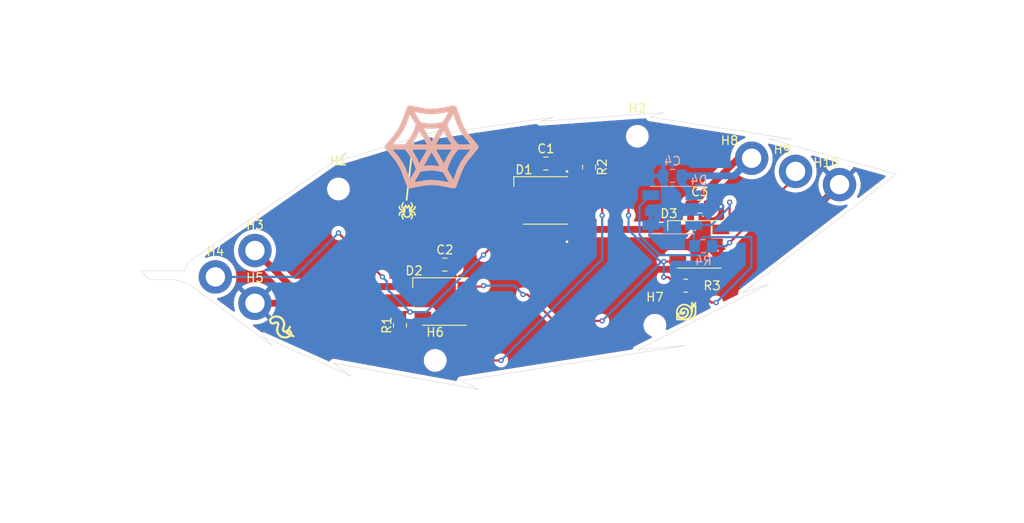
<source format=kicad_pcb>
(kicad_pcb (version 20240108) (generator "pcbnew") (generator_version "8.0")
  (layers (0 "F.Cu" signal) (31 "B.Cu" signal) (34 "B.Paste" user) (35 "F.Paste" user) (36 "B.SilkS" user "B.Silkscreen") (37 "F.SilkS" user "F.Silkscreen") (38 "B.Mask" user) (39 "F.Mask" user) (44 "Edge.Cuts" user))
  (net 0 "")
  (net 1 "+5V")
  (net 2 "GND")
  (net 3 "Net-(D1-DOUT)")
  (net 4 "PREVIOUS LEAF")
  (net 5 "Net-(D2-DOUT)")
  (net 6 "NEXT LEAF")
  (net 7 "Net-(D3-DOUT)")
  (footprint "Capacitor_SMD:C_0805_2012Metric_Pad1.18x1.45mm_HandSolder" (layer "F.Cu") (at 132.1 105.1)
    (property "Reference" "C2")
    (property "Value" "C")
  )
  (footprint "MountingHole:MountingHole_2.2mm_M2_DIN965_Pad" (layer "F.Cu") (at 172 94.5)
    (property "Reference" "H9")
    (property "Value" "SIGNALout")
  )
  (footprint "Resistor_SMD:R_0805_2012Metric_Pad1.20x1.40mm_HandSolder" (layer "F.Cu") (at 127 112 90)
    (property "Reference" "R1")
    (property "Value" "0 Ohm")
  )
  (footprint "MountingHole:MountingHole_2.1mm" (layer "F.Cu") (at 131 116)
    (property "Reference" "H6")
    (property "Value" "MountingHole")
  )
  (footprint "MountingHole:MountingHole_2.1mm" (layer "F.Cu") (at 156 112)
    (property "Reference" "H7")
    (property "Value" "MountingHole")
  )
  (footprint "LED_SMD:LED NEOPIXELS CORONA CORRECT" (layer "F.Cu") (at 161.05 102.8)
    (property "Reference" "D3")
    (property "Value" "NeoPixel_THT")
  )
  (footprint "MountingHole:MountingHole_2.1mm" (layer "F.Cu") (at 154 90.5)
    (property "Reference" "H2")
    (property "Value" "MountingHole")
  )
  (footprint "Capacitor_SMD:C_0805_2012Metric_Pad1.18x1.45mm_HandSolder" (layer "F.Cu") (at 161.1 98.5)
    (property "Reference" "C3")
    (property "Value" "C")
  )
  (footprint "MountingHole:MountingHole_2.2mm_M2_DIN965_Pad" (layer "F.Cu") (at 177 96)
    (property "Reference" "H10")
    (property "Value" "GNDout")
  )
  (footprint "MountingHole:MountingHole_2.2mm_M2_DIN965_Pad" (layer "F.Cu") (at 167 93)
    (property "Reference" "H8")
    (property "Value" "+5Vout")
  )
  (footprint "Resistor_SMD:R_0805_2012Metric_Pad1.20x1.40mm_HandSolder" (layer "F.Cu") (at 159.5 107.5)
    (property "Reference" "R3")
    (property "Value" "0 Ohm")
  )
  (footprint "MountingHole:MountingHole_2.2mm_M2_DIN965_Pad" (layer "F.Cu") (at 110.5 103.5)
    (property "Reference" "H3")
    (property "Value" "+5Vin")
  )
  (footprint "MountingHole:MountingHole_2.2mm_M2_DIN965_Pad" (layer "F.Cu") (at 110.5 109.5)
    (property "Reference" "H5")
    (property "Value" "GNDin")
  )
  (footprint "LED_SMD:LED NEOPIXELS CORONA CORRECT" (layer "F.Cu") (at 143.55 97.8)
    (property "Reference" "D1")
    (property "Value" "NeoPixel_THT")
  )
  (footprint "MountingHole:MountingHole_2.1mm" (layer "F.Cu") (at 120 96.5)
    (property "Reference" "H1")
    (property "Value" "MountingHole")
  )
  (footprint "MountingHole:MountingHole_2.2mm_M2_DIN965_Pad" (layer "F.Cu") (at 106 106.5)
    (property "Reference" "H4")
    (property "Value" "SIGNALin")
  )
  (footprint "LED_SMD:LED NEOPIXELS CORONA CORRECT" (layer "F.Cu") (at 132.05 109.3)
    (property "Reference" "D2")
    (property "Value" "NeoPixel_THT")
  )
  (footprint "Resistor_SMD:R_0805_2012Metric_Pad1.20x1.40mm_HandSolder" (layer "F.Cu") (at 148.5 94 90)
    (property "Reference" "R2")
    (property "Value" "0 Ohm")
  )
  (footprint "Capacitor_SMD:C_0805_2012Metric_Pad1.18x1.45mm_HandSolder" (layer "F.Cu") (at 143.6 93.6)
    (property "Reference" "C1")
    (property "Value" "C")
  )
  (footprint "Capacitor_SMD:C_0805_2012Metric_Pad1.18x1.45mm_HandSolder" (layer "B.Cu") (at 158 95 180)
    (property "Reference" "C4")
    (property "Value" "C")
  )
  (footprint "LED_SMD:LED NEOPIXELS CORONA CORRECT" (layer "B.Cu") (at 157.96762 98.9 180)
    (property "Reference" "D4")
    (property "Value" "NeoPixel_THT")
  )
  (footprint "Resistor_SMD:R_0805_2012Metric_Pad1.20x1.40mm_HandSolder" (layer "B.Cu") (at 161.5 103)
    (property "Reference" "R4")
    (property "Value" "0 Ohm")
  )
  (gr_poly (pts (xy 128.115753 87.001781) (xy 128.130755 87.002301) (xy 128.146055 87.003266) (xy 129.533994 87.269446) (xy 129.667084 87.291727) (xy 129.800174 87.311037) (xy 129.933264 87.327376) (xy 130.066354 87.340744) (xy 130.199444 87.351142) (xy 130.332534 87.358569) (xy 130.465624 87.363025) (xy 130.598714 87.36451) (xy 130.731804 87.363025) (xy 130.864894 87.358569) (xy 130.997985 87.351142) (xy 131.131075 87.340744) (xy 131.264165 87.327376) (xy 131.397255 87.311037) (xy 131.530345 87.291727) (xy 131.663435 87.269446) (xy 133.070387 87.003266) (xy 133.09846 87.001781) (xy 133.125643 87.002078) (xy 133.151934 87.004157) (xy 133.177334 87.008019) (xy 133.201843 87.013664) (xy 133.22546 87.021091) (xy 133.248187 87.0303) (xy 133.270022 87.041292) (xy 133.290965 87.054066) (xy 133.311018 87.068623) (xy 133.330179 87.084962) (xy 133.34845 87.103084) (xy 133.365829 87.122988) (xy 133.382316 87.144674) (xy 133.397913 87.168143) (xy 133.412618 87.193395) (xy 133.983005 88.75245) (xy 134.0292 88.868161) (xy 134.077475 88.982386) (xy 134.127829 89.095127) (xy 134.180263 89.206382) (xy 134.234776 89.316151) (xy 134.291369 89.424436) (xy 134.350042 89.531234) (xy 134.410794 89.636548) (xy 134.473625 89.740376) (xy 134.538537 89.842719) (xy 134.605527 89.943576) (xy 134.674597 90.042948) (xy 134.745747 90.140834) (xy 134.818976 90.237235) (xy 134.894285 90.332151) (xy 134.971673 90.425582) (xy 135.884291 91.528328) (xy 135.899887 91.552094) (xy 135.913404 91.57586) (xy 135.924842 91.599626) (xy 135.934199 91.623392) (xy 135.941478 91.647158) (xy 135.944337 91.659041) (xy 135.946676 91.670924) (xy 135.948496 91.682807) (xy 135.949796 91.69469) (xy 135.950575 91.706573) (xy 135.950835 91.718456) (xy 135.950575 91.730339) (xy 135.949796 91.742222) (xy 135.948496 91.754105) (xy 135.946676 91.765988) (xy 135.944337 91.777871) (xy 135.941478 91.789754) (xy 135.934199 91.813521) (xy 135.924842 91.837287) (xy 135.913404 91.861053) (xy 135.899887 91.884819) (xy 135.884291 91.908585) (xy 134.971673 93.011331) (xy 134.894285 93.10699) (xy 134.818976 93.203836) (xy 134.745747 93.301871) (xy 134.674597 93.401095) (xy 134.605527 93.501506) (xy 134.538537 93.603106) (xy 134.473625 93.705895) (xy 134.410794 93.809871) (xy 134.350042 93.915036) (xy 134.291369 94.02139) (xy 134.234776 94.128931) (xy 134.180263 94.237661) (xy 134.127829 94.347579) (xy 134.077475 94.458686) (xy 134.0292 94.57098) (xy 133.983005 94.684463) (xy 133.412618 96.243519) (xy 133.405377 96.256367) (xy 133.397913 96.26877) (xy 133.390226 96.280727) (xy 133.382316 96.292239) (xy 133.374184 96.303305) (xy 133.365829 96.313926) (xy 133.357251 96.3241) (xy 133.34845 96.33383) (xy 133.339426 96.343113) (xy 133.330179 96.351951) (xy 133.32071 96.360344) (xy 133.311018 96.36829) (xy 133.301103 96.375791) (xy 133.290965 96.382847) (xy 133.280605 96.389457) (xy 133.270022 96.395621) (xy 133.259215 96.40134) (xy 133.248187 96.406613) (xy 133.236935 96.41144) (xy 133.22546 96.415822) (xy 133.213763 96.419759) (xy 133.201843 96.423249) (xy 133.1897 96.426294) (xy 133.177334 96.428894) (xy 133.164745 96.431047) (xy 133.151934 96.432756) (xy 133.1389 96.434018) (xy 133.125643 96.434835) (xy 133.112163 96.435206) (xy 133.09846 96.435132) (xy 133.084535 96.434612) (xy 133.070387 96.433647) (xy 131.663435 96.167467) (xy 131.530345 96.145186) (xy 131.397255 96.125876) (xy 131.264165 96.109537) (xy 131.131075 96.096168) (xy 130.997985 96.085771) (xy 130.864894 96.078344) (xy 130.731804 96.073888) (xy 130.598714 96.072402) (xy 130.465624 96.073888) (xy 130.332534 96.078344) (xy 130.199444 96.085771) (xy 130.066354 96.096168) (xy 129.933264 96.109537) (xy 129.800174 96.125876) (xy 129.667084 96.145186) (xy 129.533994 96.167467) (xy 128.146055 96.433647) (xy 128.115753 96.435132) (xy 128.08664 96.434835) (xy 128.058714 96.432756) (xy 128.031978 96.428894) (xy 128.006429 96.423249) (xy 127.982069 96.415822) (xy 127.958897 96.406613) (xy 127.936913 96.395621) (xy 127.916118 96.382847) (xy 127.896511 96.36829) (xy 127.878092 96.351951) (xy 127.860862 96.33383) (xy 127.84482 96.313926) (xy 127.829966 96.292239) (xy 127.816301 96.26877) (xy 127.803823 96.243519) (xy 127.602565 95.711158) (xy 128.659402 95.711158) (xy 129.419917 95.578068) (xy 129.567266 95.551331) (xy 129.714616 95.528159) (xy 129.861966 95.508552) (xy 130.009316 95.49251) (xy 130.156665 95.480033) (xy 130.304015 95.471121) (xy 130.451365 95.465773) (xy 130.598714 95.463991) (xy 130.746064 95.465773) (xy 130.893414 95.471121) (xy 131.040764 95.480033) (xy 131.188113 95.49251) (xy 131.335463 95.508552) (xy 131.482813 95.528159) (xy 131.630162 95.551331) (xy 131.777512 95.578068) (xy 132.519013 95.711158) (xy 131.910602 94.627425) (xy 131.748919 94.580413) (xy 131.587086 94.539193) (xy 131.425106 94.503767) (xy 131.262977 94.474133) (xy 131.100699 94.450293) (xy 130.938272 94.432246) (xy 130.775698 94.419991) (xy 130.612974 94.41353) (xy 130.450102 94.412861) (xy 130.287082 94.417986) (xy 130.123913 94.428904) (xy 129.960595 94.445614) (xy 129.797129 94.468118) (xy 129.633515 94.496414) (xy 129.469751 94.530504) (xy 129.30584 94.570386) (xy 128.659402 95.711158) (xy 127.602565 95.711158) (xy 127.214425 94.684463) (xy 127.170532 94.57098) (xy 127.124411 94.458686) (xy 127.076061 94.347579) (xy 127.025484 94.237661) (xy 126.972679 94.128931) (xy 126.917646 94.02139) (xy 126.860384 93.915036) (xy 126.800895 93.809871) (xy 126.739177 93.705895) (xy 126.675232 93.603106) (xy 126.609058 93.501506) (xy 126.540656 93.401095) (xy 126.470026 93.301871) (xy 126.397168 93.203836) (xy 126.322082 93.10699) (xy 126.244768 93.011331) (xy 125.426559 92.022662) (xy 126.206743 92.022662) (xy 126.701077 92.631074) (xy 126.787749 92.734085) (xy 126.871896 92.83873) (xy 126.953517 92.945009) (xy 127.032614 93.052922) (xy 127.109185 93.162469) (xy 127.183231 93.273649) (xy 127.254753 93.386464) (xy 127.323748 93.500913) (xy 127.390219 93.616995) (xy 127.454165 93.734711) (xy 127.515585 93.854062) (xy 127.574481 93.975046) (xy 127.630851 94.097664) (xy 127.684696 94.221916) (xy 127.736016 94.347802) (xy 127.78481 94.475322) (xy 128.127042 95.406952) (xy 128.781584 94.26618) (xy 132.404937 94.26618) (xy 133.070387 95.425965) (xy 133.412618 94.475322) (xy 133.461413 94.347802) (xy 133.512733 94.221916) (xy 133.566578 94.097664) (xy 133.622948 93.975046) (xy 133.681844 93.854062) (xy 133.743264 93.734711) (xy 133.80721 93.616995) (xy 133.873681 93.500913) (xy 133.942676 93.386464) (xy 134.014197 93.273649) (xy 134.088244 93.162469) (xy 134.164815 93.052922) (xy 134.243911 92.945009) (xy 134.325533 92.83873) (xy 134.40968 92.734085) (xy 134.496352 92.631074) (xy 134.990686 92.022662) (xy 133.640772 92.022662) (xy 133.621759 92.041675) (xy 133.528255 92.151816) (xy 133.43787 92.263591) (xy 133.350603 92.376999) (xy 133.266457 92.492042) (xy 133.185429 92.608719) (xy 133.107521 92.727029) (xy 133.032732 92.846974) (xy 132.961063 92.968552) (xy 132.892512 93.091764) (xy 132.827081 93.21661) (xy 132.76477 93.343091) (xy 132.705577 93.471205) (xy 132.649504 93.600953) (xy 132.59655 93.732334) (xy 132.546716 93.86535) (xy 132.5 94) (xy 132.404937 94.26618) (xy 128.781584 94.26618) (xy 128.792492 94.247167) (xy 128.697428 93.961974) (xy 128.663294 93.86691) (xy 129.724122 93.86691) (xy 129.833521 93.851462) (xy 129.943067 93.838391) (xy 130.052763 93.827696) (xy 130.162607 93.819378) (xy 130.272599 93.813436) (xy 130.38274 93.809872) (xy 130.493029 93.808683) (xy 130.603467 93.809872) (xy 130.714054 93.813436) (xy 130.824789 93.819378) (xy 130.935673 93.827696) (xy 131.046705 93.838391) (xy 131.269215 93.86691) (xy 131.492319 93.904936) (xy 130.598714 92.326868) (xy 129.724122 93.86691) (xy 128.663294 93.86691) (xy 128.650787 93.832078) (xy 128.601175 93.703815) (xy 128.548593 93.577187) (xy 128.49304 93.452192) (xy 128.434516 93.328831) (xy 128.373021 93.207104) (xy 128.308555 93.087011) (xy 128.241119 92.968552) (xy 128.170712 92.851727) (xy 128.097334 92.736536) (xy 128.020986 92.622979) (xy 127.941667 92.511055) (xy 127.859376 92.400766) (xy 127.774116 92.29211) (xy 127.685884 92.185089) (xy 127.594682 92.079701) (xy 127.556656 92.022662) (xy 128.336183 92.022662) (xy 128.466006 92.200313) (xy 128.589292 92.38153) (xy 128.706043 92.566311) (xy 128.816258 92.754657) (xy 128.919938 92.946569) (xy 129.017082 93.142045) (xy 129.10769 93.341086) (xy 129.191762 93.543691) (xy 130.066354 92.022662) (xy 131.112062 92.022662) (xy 132.005666 93.581717) (xy 132.08558 93.374358) (xy 132.173217 93.170564) (xy 132.268579 92.970335) (xy 132.371664 92.77367) (xy 132.482473 92.580571) (xy 132.601007 92.391036) (xy 132.727264 92.205066) (xy 132.861246 92.022662) (xy 131.112062 92.022662) (xy 130.066354 92.022662) (xy 128.336183 92.022662) (xy 127.556656 92.022662) (xy 126.206743 92.022662) (xy 125.426559 92.022662) (xy 125.332151 91.908585) (xy 125.314326 91.884819) (xy 125.298878 91.861053) (xy 125.292046 91.84917) (xy 125.285807 91.837287) (xy 125.280163 91.825404) (xy 125.275112 91.813521) (xy 125.270656 91.801638) (xy 125.266794 91.789754) (xy 125.263526 91.777871) (xy 125.260853 91.765988) (xy 125.258773 91.754105) (xy 125.257288 91.742222) (xy 125.256397 91.730339) (xy 125.256099 91.718456) (xy 125.256397 91.706573) (xy 125.257288 91.69469) (xy 125.258773 91.682807) (xy 125.260853 91.670924) (xy 125.263526 91.659041) (xy 125.266794 91.647158) (xy 125.270656 91.635275) (xy 125.275112 91.623392) (xy 125.280163 91.611509) (xy 125.285807 91.599626) (xy 125.292046 91.587743) (xy 125.298878 91.57586) (xy 125.314326 91.552094) (xy 125.332151 91.528328) (xy 125.42656 91.41425) (xy 126.206743 91.41425) (xy 127.556656 91.41425) (xy 128.336183 91.41425) (xy 130.066354 91.41425) (xy 131.112062 91.41425) (xy 132.861246 91.41425) (xy 132.793215 91.325796) (xy 132.726967 91.236302) (xy 132.662501 91.145768) (xy 132.599818 91.054194) (xy 132.538918 90.961581) (xy 132.4798 90.867928) (xy 132.422464 90.773235) (xy 132.366911 90.677502) (xy 132.31314 90.580729) (xy 132.261152 90.482917) (xy 132.210946 90.384065) (xy 132.162522 90.284173) (xy 132.115881 90.183242) (xy 132.071023 90.08127) (xy 132.027947 89.978259) (xy 131.986653 89.874209) (xy 131.112062 91.41425) (xy 130.066354 91.41425) (xy 129.191762 89.893221) (xy 129.10769 90.095827) (xy 129.017082 90.294868) (xy 128.919938 90.490344) (xy 128.816258 90.682255) (xy 128.706043 90.870601) (xy 128.589292 91.055383) (xy 128.466006 91.236599) (xy 128.336183 91.41425) (xy 127.556656 91.41425) (xy 127.594682 91.357212) (xy 127.685884 91.251824) (xy 127.774116 91.144803) (xy 127.859376 91.036147) (xy 127.941667 90.925858) (xy 128.020986 90.813934) (xy 128.097334 90.700377) (xy 128.170712 90.585186) (xy 128.241119 90.468361) (xy 128.308555 90.349901) (xy 128.373021 90.229808) (xy 128.434516 90.108082) (xy 128.49304 89.984721) (xy 128.548593 89.859726) (xy 128.601175 89.733097) (xy 128.650787 89.604835) (xy 128.663294 89.570003) (xy 129.724122 89.570003) (xy 130.598714 91.110045) (xy 131.473306 89.570003) (xy 131.363982 89.587827) (xy 131.254658 89.603275) (xy 131.145334 89.616346) (xy 131.03601 89.627041) (xy 130.926686 89.635359) (xy 130.817362 89.641301) (xy 130.708038 89.644866) (xy 130.598714 89.646054) (xy 130.48939 89.644866) (xy 130.380066 89.641301) (xy 130.270742 89.635359) (xy 130.161418 89.627041) (xy 130.052094 89.616346) (xy 129.94277 89.603275) (xy 129.833446 89.587827) (xy 129.724122 89.570003) (xy 128.663294 89.570003) (xy 128.697428 89.474938) (xy 128.792492 89.189745) (xy 132.385924 89.189745) (xy 132.5 89.474938) (xy 132.546641 89.604835) (xy 132.596253 89.733097) (xy 132.648836 89.859726) (xy 132.704389 89.984721) (xy 132.762913 90.108082) (xy 132.824408 90.229808) (xy 132.888873 90.349901) (xy 132.956309 90.468361) (xy 133.026716 90.585186) (xy 133.100094 90.700377) (xy 133.176443 90.813934) (xy 133.255762 90.925858) (xy 133.338052 91.036147) (xy 133.423313 91.144803) (xy 133.511545 91.251824) (xy 133.602747 91.357212) (xy 133.640772 91.41425) (xy 134.990686 91.41425) (xy 134.496352 90.824852) (xy 134.411908 90.719538) (xy 134.329692 90.612739) (xy 134.249704 90.504455) (xy 134.171945 90.394686) (xy 134.096413 90.283431) (xy 134.02311 90.17069) (xy 133.952034 90.056465) (xy 133.883187 89.940754) (xy 133.816567 89.823557) (xy 133.752176 89.704875) (xy 133.690013 89.584708) (xy 133.630078 89.463055) (xy 133.572371 89.339917) (xy 133.516892 89.215294) (xy 133.463641 89.089185) (xy 133.412618 88.961591) (xy 133.070387 88.010948) (xy 132.385924 89.189745) (xy 128.792492 89.189745) (xy 128.127042 88.029961) (xy 127.78481 88.961591) (xy 127.736016 89.089111) (xy 127.684696 89.214997) (xy 127.630851 89.339249) (xy 127.574481 89.461867) (xy 127.515585 89.582851) (xy 127.454165 89.702202) (xy 127.390219 89.819918) (xy 127.323748 89.936) (xy 127.254753 90.050449) (xy 127.183231 90.163263) (xy 127.109185 90.274444) (xy 127.032614 90.383991) (xy 126.953517 90.491904) (xy 126.871896 90.598183) (xy 126.787749 90.702828) (xy 126.701077 90.805839) (xy 126.206743 91.41425) (xy 125.42656 91.41425) (xy 126.244768 90.425582) (xy 126.322082 90.329923) (xy 126.397168 90.233076) (xy 126.470026 90.135041) (xy 126.540656 90.035818) (xy 126.609058 89.935406) (xy 126.675232 89.833806) (xy 126.739177 89.731018) (xy 126.800895 89.627041) (xy 126.860384 89.521876) (xy 126.917646 89.415523) (xy 126.972679 89.307982) (xy 127.025484 89.199252) (xy 127.076061 89.089334) (xy 127.124411 88.978227) (xy 127.170532 88.865933) (xy 127.214425 88.75245) (xy 127.602565 87.725755) (xy 128.659402 87.725755) (xy 129.30584 88.866527) (xy 129.467375 88.906632) (xy 129.628761 88.94139) (xy 129.789999 88.970801) (xy 129.951089 88.994864) (xy 130.11203 89.01358) (xy 130.272822 89.026948) (xy 130.433466 89.034969) (xy 130.593961 89.037643) (xy 130.754308 89.034969) (xy 130.914506 89.026948) (xy 131.074556 89.01358) (xy 131.234457 88.994864) (xy 131.39421 88.970801) (xy 131.553814 88.94139) (xy 131.71327 88.906632) (xy 131.872577 88.866527) (xy 132.519013 87.725755) (xy 131.777512 87.877858) (xy 131.630162 87.902366) (xy 131.482813 87.923607) (xy 131.335463 87.94158) (xy 131.188113 87.956286) (xy 131.040764 87.967723) (xy 130.893414 87.975893) (xy 130.746064 87.980795) (xy 130.598714 87.982428) (xy 130.451365 87.980795) (xy 130.304015 87.975893) (xy 130.156665 87.967723) (xy 130.009316 87.956286) (xy 129.861966 87.94158) (xy 129.714616 87.923607) (xy 129.567266 87.902366) (xy 129.419917 87.877858) (xy 128.659402 87.725755) (xy 127.602565 87.725755) (xy 127.803823 87.193395) (xy 127.809913 87.180546) (xy 127.816301 87.168143) (xy 127.822985 87.156186) (xy 127.829966 87.144674) (xy 127.837244 87.133608) (xy 127.84482 87.122988) (xy 127.852692 87.112813) (xy 127.860862 87.103084) (xy 127.869329 87.0938) (xy 127.878092 87.084962) (xy 127.887153 87.076569) (xy 127.896511 87.068623) (xy 127.906166 87.061122) (xy 127.916118 87.054066) (xy 127.926367 87.047456) (xy 127.936913 87.041292) (xy 127.947757 87.035573) (xy 127.958897 87.0303) (xy 127.970334 87.025472) (xy 127.982069 87.021091) (xy 127.9941 87.017154) (xy 128.006429 87.013664) (xy 128.019055 87.010619) (xy 128.031978 87.008019) (xy 128.045197 87.005865) (xy 128.058714 87.004157) (xy 128.072528 87.002895) (xy 128.08664 87.002078) (xy 128.101048 87.001706)) (stroke (width -0.000001)) (fill solid) (layer "B.SilkS"))
  (gr_line (start 158.961245 110.324891) (end 158.95577 110.337475) (stroke (width 0.211666) (color 128 128 128 1)) (layer "F.SilkS"))
  (gr_line (start 160.215226 109.77125) (end 160.212289 109.777446) (stroke (width 0.211666) (color 128 128 128 1)) (layer "F.SilkS"))
  (gr_line (start 159.488443 111.02755) (end 159.50573 111.015552) (stroke (width 0.211666) (color 128 128 128 1)) (layer "F.SilkS"))
  (gr_line (start 159.761309 110.604779) (end 159.764415 110.584112) (stroke (width 0.211666) (color 128 128 128 1)) (layer "F.SilkS"))
  (gr_line (start 159.121303 110.711224) (end 159.135 110.711667) (stroke (width 0.211666) (color 128 128 128 1)) (layer "F.SilkS"))
  (gr_line (start 159.080658 110.704577) (end 159.094088 110.707679) (stroke (width 0.211666) (color 128 128 128 1)) (layer "F.SilkS"))
  (gr_line (start 159.337778 111.101768) (end 159.376864 111.087146) (stroke (width 0.211666) (color 128 128 128 1)) (layer "F.SilkS"))
  (gr_line (start 158.5 110.5) (end 158.528152 111.346667) (stroke (width 0.211666) (color 128 128 128 1)) (layer "F.SilkS"))
  (gr_line (start 159.755346 110.389545) (end 159.747288 110.363183) (stroke (width 0.211666) (color 128 128 128 1)) (layer "F.SilkS"))
  (gr_line (start 160.532846 110.866222) (end 160.549859 110.828745) (stroke (width 0.211666) (color 128 128 128 1)) (layer "F.SilkS"))
  (gr_line (start 159.289785 110.644382) (end 159.294399 110.63927) (stroke (width 0.211666) (color 128 128 128 1)) (layer "F.SilkS"))
  (gr_line (start 159.318308 110.605834) (end 159.321638 110.599845) (stroke (width 0.211666) (color 128 128 128 1)) (layer "F.SilkS"))
  (gr_line (start 160.616666 110.5) (end 160.616666 109.865) (stroke (width 0.211666) (color 128 128 128 1)) (layer "F.SilkS"))
  (gr_line (start 160.194384 109.843905) (end 160.193802 109.850895) (stroke (width 0.211666) (color 128 128 128 1)) (layer "F.SilkS"))
  (gr_line (start 159.029166 110.683309) (end 159.041616 110.689955) (stroke (width 0.211666) (color 128 128 128 1)) (layer "F.SilkS"))
  (gr_line (start 159.135 110.133383) (end 159.122869 110.140659) (stroke (width 0.211666) (color 128 128 128 1)) (layer "F.SilkS"))
  (gr_line (start 159.228383 110.689955) (end 159.240833 110.683309) (stroke (width 0.211666) (color 128 128 128 1)) (layer "F.SilkS"))
  (gr_line (start 158.85485 111.069865) (end 158.893135 111.087146) (stroke (width 0.211666) (color 128 128 128 1)) (layer "F.SilkS"))
  (gr_line (start 160.616666 109.865) (end 160.616197 109.850895) (stroke (width 0.211666) (color 128 128 128 1)) (layer "F.SilkS"))
  (gr_line (start 160.612511 109.823243) (end 160.609339 109.809773) (stroke (width 0.211666) (color 128 128 128 1)) (layer "F.SilkS"))
  (gr_line (start 159.189341 110.704577) (end 159.202592 110.70059) (stroke (width 0.211666) (color 128 128 128 1)) (layer "F.SilkS"))
  (gr_line (start 160.445911 109.657321) (end 160.432348 109.655106) (stroke (width 0.211666) (color 128 128 128 1)) (layer "F.SilkS"))
  (gr_line (start 159.766846 110.563286) (end 159.768592 110.542316) (stroke (width 0.211666) (color 128 128 128 1)) (layer "F.SilkS"))
  (gr_line (start 158.980049 110.288334) (end 158.97339 110.300311) (stroke (width 0.211666) (color 128 128 128 1)) (layer "F.SilkS"))
  (gr_line (start 159.599355 110.933147) (end 159.613197 110.917811) (stroke (width 0.211666) (color 128 128 128 1)) (layer "F.SilkS"))
  (gr_line (start 158.945226 110.59375) (end 158.951691 110.605834) (stroke (width 0.211666) (color 128 128 128 1)) (layer "F.SilkS"))
  (gr_line (start 158.656802 110.917811) (end 158.685005 110.948049) (stroke (width 0.211666) (color 128 128 128 1)) (layer "F.SilkS"))
  (gr_line (start 158.56568 110.781251) (end 158.585073 110.8175) (stroke (width 0.211666) (color 128 128 128 1)) (layer "F.SilkS"))
  (gr_line (start 159.04667 110.201301) (end 159.037096 110.211236) (stroke (width 0.211666) (color 128 128 128 1)) (layer "F.SilkS"))
  (gr_line (start 159.584995 110.948049) (end 159.599355 110.933147) (stroke (width 0.211666) (color 128 128 128 1)) (layer "F.SilkS"))
  (gr_line (start 159.303099 110.628632) (end 159.307179 110.623116) (stroke (width 0.211666) (color 128 128 128 1)) (layer "F.SilkS"))
  (gr_line (start 160.589891 110.71095) (end 160.599386 110.670078) (stroke (width 0.211666) (color 128 128 128 1)) (layer "F.SilkS"))
  (gr_line (start 159.264183 110.667678) (end 159.269632 110.663337) (stroke (width 0.211666) (color 128 128 128 1)) (layer "F.SilkS"))
  (gr_line (start 160.498383 109.675045) (end 160.485621 109.669285) (stroke (width 0.211666) (color 128 128 128 1)) (layer "F.SilkS"))
  (gr_line (start 160.377651 109.655106) (end 160.364088 109.657321) (stroke (width 0.211666) (color 128 128 128 1)) (layer "F.SilkS"))
  (gr_line (start 160.422704 111.037756) (end 160.447895 111.005743) (stroke (width 0.211666) (color 128 128 128 1)) (layer "F.SilkS"))
  (gr_line (start 159.122869 110.140659) (end 159.111038 110.148301) (stroke (width 0.211666) (color 128 128 128 1)) (layer "F.SilkS"))
  (gr_line (start 158.950701 110.350242) (end 158.946044 110.363183) (stroke (width 0.211666) (color 128 128 128 1)) (layer "F.SilkS"))
  (gr_line (start 158.548655 110.743787) (end 158.56568 110.781251) (stroke (width 0.211666) (color 128 128 128 1)) (layer "F.SilkS"))
  (gr_line (start 160.193333 109.865) (end 160.193333 110.5) (stroke (width 0.211666) (color 128 128 128 1)) (layer "F.SilkS"))
  (gr_line (start 159.237983 110.090846) (end 159.211481 110.098822) (stroke (width 0.211666) (color 128 128 128 1)) (layer "F.SilkS"))
  (gr_line (start 160.391303 109.653777) (end 160.377651 109.655106) (stroke (width 0.211666) (color 128 128 128 1)) (layer "F.SilkS"))
  (gr_line (start 158.923333 110.5) (end 158.923802 110.514105) (stroke (width 0.211666) (color 128 128 128 1)) (layer "F.SilkS"))
  (gr_poly (pts (xy 113 111) (xy 113.065299 111.006683) (xy 113.129997 111.018216) (xy 113.193809 111.034583) (xy 113.256452 111.055764) (xy 113.317639 111.081741) (xy 113.377087 111.112495) (xy 113.43451 111.148009) (xy 113.489625 111.188262) (xy 113.541476 111.23264) (xy 113.589246 111.280355) (xy 113.632849 111.331135) (xy 113.672204 111.384706) (xy 113.707226 111.440797) (xy 113.737832 111.499134) (xy 113.763938 111.559444) (xy 113.785461 111.621455) (xy 113.802318 111.684894) (xy 113.814424 111.749487) (xy 113.821698 111.814962) (xy 113.824054 111.881047) (xy 113.82141 111.947467) (xy 113.813682 112.013952) (xy 113.800786 112.080226) (xy 113.78264 112.146019) (xy 113.697973 112.421186) (xy 113.695538 112.429937) (xy 113.693457 112.438723) (xy 113.691726 112.447534) (xy 113.690342 112.456363) (xy 113.689302 112.465199) (xy 113.688604 112.474034) (xy 113.688244 112.482859) (xy 113.68822 112.491664) (xy 113.688528 112.500441) (xy 113.689165 112.50918) (xy 113.690129 112.517873) (xy 113.691417 112.52651) (xy 113.693025 112.535082) (xy 113.694951 112.54358) (xy 113.697191 112.551995) (xy 113.699743 112.560319) (xy 113.702604 112.568541) (xy 113.70577 112.576654) (xy 113.70924 112.584647) (xy 113.713009 112.592512) (xy 113.717075 112.60024) (xy 113.721435 112.607822) (xy 113.726086 112.615248) (xy 113.731025 112.62251) (xy 113.736249 112.629598) (xy 113.741754 112.636504) (xy 113.747539 112.643218) (xy 113.7536 112.649732) (xy 113.759935 112.656035) (xy 113.766539 112.66212) (xy 113.773411 112.667977) (xy 113.780547 112.673597) (xy 113.795399 112.683957) (xy 113.810839 112.693041) (xy 113.826788 112.700845) (xy 113.843172 112.707367) (xy 113.859914 112.712603) (xy 113.876938 112.71655) (xy 113.894167 112.719204) (xy 113.911525 112.720564) (xy 113.928936 112.720626) (xy 113.946325 112.719386) (xy 113.963613 112.716842) (xy 113.980727 112.712991) (xy 113.997588 112.707828) (xy 114.014122 112.701352) (xy 114.030251 112.693559) (xy 114.0459 112.684446) (xy 114.101482 112.648715) (xy 114.12044 112.63729) (xy 114.139959 112.627228) (xy 114.159968 112.618533) (xy 114.180398 112.611208) (xy 114.20118 112.605256) (xy 114.222243 112.600683) (xy 114.243517 112.59749) (xy 114.264933 112.595681) (xy 114.286422 112.595261) (xy 114.307912 112.596233) (xy 114.329336 112.598601) (xy 114.350622 112.602368) (xy 114.371701 112.607537) (xy 114.392503 112.614113) (xy 114.412959 112.622099) (xy 114.432999 112.631498) (xy 114.45237 112.642209) (xy 114.47084 112.654086) (xy 114.488372 112.667071) (xy 114.504928 112.681105) (xy 114.520469 112.69613) (xy 114.534958 112.712087) (xy 114.548356 112.728918) (xy 114.560627 112.746564) (xy 114.57173 112.764966) (xy 114.581629 112.784066) (xy 114.590286 112.803805) (xy 114.597663 112.824124) (xy 114.603721 112.844965) (xy 114.608422 112.86627) (xy 114.611729 112.887979) (xy 114.613604 112.910034) (xy 114.613991 112.92112) (xy 114.614008 112.932165) (xy 114.613661 112.94316) (xy 114.612953 112.954099) (xy 114.611887 112.964973) (xy 114.610468 112.975774) (xy 114.6087 112.986495) (xy 114.606587 112.997128) (xy 114.601341 113.018098) (xy 114.594761 113.038623) (xy 114.58688 113.05864) (xy 114.577729 113.078087) (xy 114.56734 113.096902) (xy 114.555744 113.115022) (xy 114.542974 113.132386) (xy 114.529061 113.14893) (xy 114.521687 113.156876) (xy 114.514038 113.164594) (xy 114.506119 113.172076) (xy 114.497935 113.179314) (xy 114.489489 113.186301) (xy 114.480785 113.193028) (xy 114.471827 113.199489) (xy 114.462619 113.205675) (xy 114.407057 113.241394) (xy 114.346756 113.277663) (xy 114.284504 113.308766) (xy 114.220605 113.334714) (xy 114.15536 113.355515) (xy 114.089072 113.371181) (xy 114.022045 113.381721) (xy 113.95458 113.387146) (xy 113.886981 113.387464) (xy 113.819551 113.382687) (xy 113.752591 113.372824) (xy 113.686405 113.357885) (xy 113.621295 113.33788) (xy 113.557565 113.31282) (xy 113.495516 113.282714) (xy 113.435452 113.247572) (xy 113.377675 113.207404) (xy 113.323215 113.162842) (xy 113.272962 113.114703) (xy 113.227008 113.063276) (xy 113.185447 113.00885) (xy 113.14837 112.951712) (xy 113.11587 112.892151) (xy 113.08804 112.830455) (xy 113.064972 112.766913) (xy 113.046759 112.701813) (xy 113.033493 112.635443) (xy 113.025267 112.568093) (xy 113.022173 112.500049) (xy 113.024304 112.431602) (xy 113.031753 112.363038) (xy 113.044612 112.294647) (xy 113.062973 112.226717) (xy 113.14764 111.95155) (xy 113.149834 111.943399) (xy 113.151709 111.935217) (xy 113.153266 111.927012) (xy 113.154509 111.918793) (xy 113.15544 111.910568) (xy 113.156061 111.902344) (xy 113.156376 111.89413) (xy 113.156386 111.885934) (xy 113.156095 111.877764) (xy 113.155504 111.869627) (xy 113.153436 111.853487) (xy 113.150202 111.837579) (xy 113.145823 111.821966) (xy 113.14032 111.806713) (xy 113.133712 111.791885) (xy 113.126021 111.777546) (xy 113.121776 111.770579) (xy 113.117268 111.763759) (xy 113.112499 111.757093) (xy 113.107472 111.750589) (xy 113.102189 111.744256) (xy 113.096654 111.738101) (xy 113.090869 111.732132) (xy 113.084835 111.726358) (xy 113.078557 111.720787) (xy 113.072036 111.715426) (xy 113.05845 111.705488) (xy 113.044302 111.696691) (xy 113.029658 111.68904) (xy 113.014587 111.68254) (xy 112.999154 111.677196) (xy 112.983429 111.673014) (xy 112.967478 111.669998) (xy 112.951368 111.668155) (xy 112.935167 111.667489) (xy 112.918941 111.668005) (xy 112.902759 111.669709) (xy 112.886687 111.672606) (xy 112.870792 111.676701) (xy 112.855143 111.682) (xy 112.839806 111.688507) (xy 112.824848 111.696227) (xy 112.734801 111.750519) (xy 112.715296 111.76112) (xy 112.695289 111.770331) (xy 112.674852 111.77815) (xy 112.654055 111.784579) (xy 112.632967 111.789615) (xy 112.611658 111.79326) (xy 112.590199 111.795511) (xy 112.56866 111.796369) (xy 112.54711 111.795833) (xy 112.52562 111.793902) (xy 112.504259 111.790577) (xy 112.483098 111.785855) (xy 112.462207 111.779738) (xy 112.441656 111.772225) (xy 112.421514 111.763314) (xy 112.401852 111.753005) (xy 112.382919 111.741413) (xy 112.364939 111.728693) (xy 112.347948 111.714904) (xy 112.331983 111.700107) (xy 112.317077 111.684362) (xy 112.303266 111.667731) (xy 112.290587 111.650272) (xy 112.279075 111.632048) (xy 112.268764 111.613117) (xy 112.259691 111.593541) (xy 112.251891 111.573379) (xy 112.245399 111.552693) (xy 112.240251 111.531542) (xy 112.236482 111.509987) (xy 112.234128 111.488088) (xy 112.233225 111.465906) (xy 112.233327 111.454781) (xy 112.233797 111.443714) (xy 112.234631 111.432711) (xy 112.235823 111.421782) (xy 112.237371 111.410934) (xy 112.23927 111.400174) (xy 112.241514 111.389509) (xy 112.244101 111.378948) (xy 112.247026 111.368498) (xy 112.250283 111.358167) (xy 112.25387 111.347962) (xy 112.257782 111.337891) (xy 112.262014 111.327962) (xy 112.266561 111.318182) (xy 112.271421 111.308558) (xy 112.276588 111.299099) (xy 112.282058 111.289812) (xy 112.287827 111.280704) (xy 112.293891 111.271784) (xy 112.300245 111.263058) (xy 112.306884 111.254535) (xy 112.313805 111.246222) (xy 112.321003 111.238127) (xy 112.328474 111.230257) (xy 112.336213 111.22262) (xy 112.344217 111.215223) (xy 112.352481 111.208075) (xy 112.361 111.201182) (xy 112.36977 111.194553) (xy 112.378788 111.188195) (xy 112.388048 111.182115) (xy 112.397546 111.176321) (xy 112.49015 111.123405) (xy 112.550005 111.090611) (xy 112.611536 111.062817) (xy 112.67446 111.040004) (xy 112.738492 111.022153) (xy 112.803346 111.009245) (xy 112.868739 111.001263) (xy 112.934385 110.998187)) (stroke (width 0.264583) (color 128 128 128 1)) (fill none) (layer "F.SilkS"))
  (gr_line (start 159.764415 110.584112) (end 159.766846 110.563286) (stroke (width 0.211666) (color 128 128 128 1)) (layer "F.SilkS"))
  (gr_line (start 159.337431 110.561857) (end 159.339339 110.555228) (stroke (width 0.211666) (color 128 128 128 1)) (layer "F.SilkS"))
  (gr_line (start 159.470696 111.039013) (end 159.488443 111.02755) (stroke (width 0.211666) (color 128 128 128 1)) (layer "F.SilkS"))
  (gr_line (start 159.737563 110.337475) (end 159.726213 110.3125) (stroke (width 0.211666) (color 128 128 128 1)) (layer "F.SilkS"))
  (gr_line (start 159.321638 110.599845) (end 159.324773 110.59375) (stroke (width 0.211666) (color 128 128 128 1)) (layer "F.SilkS"))
  (gr_line (start 158.987092 110.276578) (end 158.980049 110.288334) (stroke (width 0.211666) (color 128 128 128 1)) (layer "F.SilkS"))
  (gr_line (start 159.010467 110.242736) (end 159.002307 110.25377) (stroke (width 0.211666) (color 128 128 128 1)) (layer "F.SilkS"))
  (gr_line (start 158.685005 110.948049) (end 158.715242 110.976495) (stroke (width 0.211666) (color 128 128 128 1)) (layer "F.SilkS"))
  (gr_line (start 158.946044 110.363183) (end 158.941804 110.376287) (stroke (width 0.211666) (color 128 128 128 1)) (layer "F.SilkS"))
  (gr_line (start 159.09391 111.133671) (end 159.135 111.135) (stroke (width 0.211666) (color 128 128 128 1)) (layer "F.SilkS"))
  (gr_line (start 159.088299 110.164644) (end 159.077402 110.173327) (stroke (width 0.211666) (color 128 128 128 1)) (layer "F.SilkS"))
  (gr_line (start 160.544919 109.706169) (end 160.534183 109.697322) (stroke (width 0.211666) (color 128 128 128 1)) (layer "F.SilkS"))
  (gr_line (start 159.769646 110.521216) (end 159.77 110.5) (stroke (width 0.211666) (color 128 128 128 1)) (layer "F.SilkS"))
  (gr_line (start 159.533433 110.12009) (end 159.507909 110.10857) (stroke (width 0.211666) (color 128 128 128 1)) (layer "F.SilkS"))
  (gr_line (start 159.401364 110.080212) (end 159.37406 110.077553) (stroke (width 0.211666) (color 128 128 128 1)) (layer "F.SilkS"))
  (gr_line (start 160.2369 109.736368) (end 160.23282 109.741885) (stroke (width 0.211666) (color 128 128 128 1)) (layer "F.SilkS"))
  (gr_line (start 159.258576 110.671851) (end 159.264183 110.667678) (stroke (width 0.211666) (color 128 128 128 1)) (layer "F.SilkS"))
  (gr_line (start 160.060337 111.295074) (end 160.098744 111.27986) (stroke (width 0.211666) (color 128 128 128 1)) (layer "F.SilkS"))
  (gr_line (start 158.747449 111.003034) (end 158.781557 111.02755) (stroke (width 0.211666) (color 128 128 128 1)) (layer "F.SilkS"))
  (gr_line (start 160.311616 109.675045) (end 160.299166 109.681692) (stroke (width 0.211666) (color 128 128 128 1)) (layer "F.SilkS"))
  (gr_line (start 159.330448 110.581263) (end 159.332982 110.574879) (stroke (width 0.211666) (color 128 128 128 1)) (layer "F.SilkS"))
  (gr_line (start 160.307755 111.152705) (end 160.338511 111.126041) (stroke (width 0.211666) (color 128 128 128 1)) (layer "F.SilkS"))
  (gr_line (start 159.298838 110.634019) (end 159.303099 110.628632) (stroke (width 0.211666) (color 128 128 128 1)) (layer "F.SilkS"))
  (gr_line (start 159.684926 110.8175) (end 159.694915 110.799534) (stroke (width 0.211666) (color 128 128 128 1)) (layer "F.SilkS"))
  (gr_line (start 160.275816 109.697322) (end 160.270368 109.701664) (stroke (width 0.211666) (color 128 128 128 1)) (layer "F.SilkS"))
  (gr_line (start 160.225212 109.753289) (end 160.221691 109.759167) (stroke (width 0.211666) (color 128 128 128 1)) (layer "F.SilkS"))
  (gr_line (start 159.135 111.135) (end 159.17609 111.133671) (stroke (width 0.211666) (color 128 128 128 1)) (layer "F.SilkS"))
  (gr_line (start 160.447895 111.005743) (end 160.471559 110.97253) (stroke (width 0.211666) (color 128 128 128 1)) (layer "F.SilkS"))
  (gr_line (start 160.172714 111.244089) (end 160.208168 111.223642) (stroke (width 0.211666) (color 128 128 128 1)) (layer "F.SilkS"))
  (gr_line (start 159.343769 110.534927) (end 159.344805 110.528038) (stroke (width 0.211666) (color 128 128 128 1)) (layer "F.SilkS"))
  (gr_line (start 159.01899 110.231963) (end 159.010467 110.242736) (stroke (width 0.211666) (color 128 128 128 1)) (layer "F.SilkS"))
  (gr_line (start 159.582295 110.148301) (end 159.558333 110.133383) (stroke (width 0.211666) (color 128 128 128 1)) (layer "F.SilkS"))
  (gr_line (start 160.193802 109.850895) (end 160.193451 109.857928) (stroke (width 0.211666) (color 128 128 128 1)) (layer "F.SilkS"))
  (gr_line (start 159.507909 110.10857) (end 159.481852 110.098822) (stroke (width 0.211666) (color 128 128 128 1)) (layer "F.SilkS"))
  (gr_line (start 160.418696 109.653777) (end 160.405 109.653334) (stroke (width 0.211666) (color 128 128 128 1)) (layer "F.SilkS"))
  (gr_line (start 159.639298 110.885896) (end 159.651539 110.869346) (stroke (width 0.211666) (color 128 128 128 1)) (layer "F.SilkS"))
  (gr_line (start 159.291969 110.080212) (end 159.264843 110.084643) (stroke (width 0.211666) (color 128 128 128 1)) (layer "F.SilkS"))
  (gr_line (start 159.217046 111.129683) (end 159.257735 111.123037) (stroke (width 0.211666) (color 128 128 128 1)) (layer "F.SilkS"))
  (gr_line (start 160.578436 110.751055) (end 160.589891 110.71095) (stroke (width 0.211666) (color 128 128 128 1)) (layer "F.SilkS"))
  (gr_line (start 159.1599 110.12009) (end 159.135 110.133383) (stroke (width 0.211666) (color 128 128 128 1)) (layer "F.SilkS"))
  (gr_line (start 160.198965 109.816474) (end 160.197488 109.823243) (stroke (width 0.211666) (color 128 128 128 1)) (layer "F.SilkS"))
  (gr_line (start 160.614805 109.836963) (end 160.612511 109.823243) (stroke (width 0.211666) (color 128 128 128 1)) (layer "F.SilkS"))
  (gr_line (start 159.077402 110.173327) (end 159.066828 110.182337) (stroke (width 0.211666) (color 128 128 128 1)) (layer "F.SilkS"))
  (gr_line (start 160.606865 110.628492) (end 160.612274 110.586248) (stroke (width 0.211666) (color 128 128 128 1)) (layer "F.SilkS"))
  (gr_line (start 159.027868 110.22146) (end 159.01899 110.231963) (stroke (width 0.211666) (color 128 128 128 1)) (layer "F.SilkS"))
  (gr_line (start 160.19623 109.830074) (end 160.195194 109.836963) (stroke (width 0.211666) (color 128 128 128 1)) (layer "F.SilkS"))
  (gr_line (start 160.204688 109.796592) (end 160.202568 109.803144) (stroke (width 0.211666) (color 128 128 128 1)) (layer "F.SilkS"))
  (gr_line (start 160.471559 110.97253) (end 160.493641 110.938169) (stroke (width 0.211666) (color 128 128 128 1)) (layer "F.SilkS"))
  (gr_line (start 159.651539 110.869346) (end 159.66323 110.852421) (stroke (width 0.211666) (color 128 128 128 1)) (layer "F.SilkS"))
  (gr_line (start 159.69882 110.265053) (end 159.682865 110.242736) (stroke (width 0.211666) (color 128 128 128 1)) (layer "F.SilkS"))
  (gr_line (start 160.299166 109.681692) (end 160.293101 109.685329) (stroke (width 0.211666) (color 128 128 128 1)) (layer "F.SilkS"))
  (gr_line (start 159.41515 111.069865) (end 159.4525 111.049926) (stroke (width 0.211666) (color 128 128 128 1)) (layer "F.SilkS"))
  (gr_line (start 160.23282 109.741885) (end 160.228923 109.747527) (stroke (width 0.211666) (color 128 128 128 1)) (layer "F.SilkS"))
  (gr_line (start 159.175911 110.707679) (end 159.189341 110.704577) (stroke (width 0.211666) (color 128 128 128 1)) (layer "F.SilkS"))
  (gr_line (start 159.054378 110.695716) (end 159.067407 110.70059) (stroke (width 0.211666) (color 128 128 128 1)) (layer "F.SilkS"))
  (gr_line (start 159.674361 110.835134) (end 159.684926 110.8175) (stroke (width 0.211666) (color 128 128 128 1)) (layer "F.SilkS"))
  (gr_line (start 159.344805 110.528038) (end 159.345615 110.521096) (stroke (width 0.211666) (color 128 128 128 1)) (layer "F.SilkS"))
  (gr_line (start 159.4525 111.049926) (end 159.470696 111.039013) (stroke (width 0.211666) (color 128 128 128 1)) (layer "F.SilkS"))
  (gr_line (start 160.616197 109.850895) (end 160.614805 109.836963) (stroke (width 0.211666) (color 128 128 128 1)) (layer "F.SilkS"))
  (gr_line (start 158.929127 110.430148) (end 158.927056 110.443926) (stroke (width 0.211666) (color 128 128 128 1)) (layer "F.SilkS"))
  (gr_line (start 159.067407 110.70059) (end 159.080658 110.704577) (stroke (width 0.211666) (color 128 128 128 1)) (layer "F.SilkS"))
  (gr_line (start 160.287185 109.68915) (end 160.281423 109.69315) (stroke (width 0.211666) (color 128 128 128 1)) (layer "F.SilkS"))
  (gr_line (start 158.971975 111.113732) (end 159.012264 111.123037) (stroke (width 0.211666) (color 128 128 128 1)) (layer "F.SilkS"))
  (gr_line (start 159.185423 110.10857) (end 159.1599 110.12009) (stroke (width 0.211666) (color 128 128 128 1)) (layer "F.SilkS"))
  (gr_line (start 160.195194 109.836963) (end 160.194384 109.843905) (stroke (width 0.211666) (color 128 128 128 1)) (layer "F.SilkS"))
  (gr_line (start 158.995081 110.658832) (end 159.005816 110.667678) (stroke (width 0.211666) (color 128 128 128 1)) (layer "F.SilkS"))
  (gr_line (start 159.269632 110.663337) (end 159.274919 110.658832) (stroke (width 0.211666) (color 128 128 128 1)) (layer "F.SilkS"))
  (gr_line (start 159.522551 111.003034) (end 159.538896 110.990011) (stroke (width 0.211666) (color 128 128 128 1)) (layer "F.SilkS"))
  (gr_line (start 159.346197 110.514105) (end 159.346549 110.507072) (stroke (width 0.211666) (color 128 128 128 1)) (layer "F.SilkS"))
  (gr_line (start 160.207017 109.790121) (end 160.204688 109.796592) (stroke (width 0.211666) (color 128 128 128 1)) (layer "F.SilkS"))
  (gr_line (start 159.246899 110.679671) (end 159.252814 110.67585) (stroke (width 0.211666) (color 128 128 128 1)) (layer "F.SilkS"))
  (gr_line (start 158.934598 110.402948) (end 158.931643 110.416485) (stroke (width 0.211666) (color 128 128 128 1)) (layer "F.SilkS"))
  (gr_line (start 160.250215 109.720618) (end 160.2456 109.72573) (stroke (width 0.211666) (color 128 128 128 1)) (layer "F.SilkS"))
  (gr_line (start 159.240833 110.683309) (end 159.246899 110.679671) (stroke (width 0.211666) (color 128 128 128 1)) (layer "F.SilkS"))
  (gr_line (start 160.600448 109.783738) (end 160.594773 109.77125) (stroke (width 0.211666) (color 128 128 128 1)) (layer "F.SilkS"))
  (gr_line (start 158.932221 111.101768) (end 158.971975 111.113732) (stroke (width 0.211666) (color 128 128 128 1)) (layer "F.SilkS"))
  (gr_line (start 158.937987 110.389545) (end 158.934598 110.402948) (stroke (width 0.211666) (color 128 128 128 1)) (layer "F.SilkS"))
  (gr_line (start 159.665465 110.22146) (end 159.646663 110.201301) (stroke (width 0.211666) (color 128 128 128 1)) (layer "F.SilkS"))
  (gr_line (start 159.339339 110.555228) (end 159.341034 110.548527) (stroke (width 0.211666) (color 128 128 128 1)) (layer "F.SilkS"))
  (gr_line (start 159.613197 110.917811) (end 159.626514 110.902056) (stroke (width 0.211666) (color 128 128 128 1)) (layer "F.SilkS"))
  (gr_line (start 159.538896 110.990011) (end 159.554757 110.976496) (stroke (width 0.211666) (color 128 128 128 1)) (layer "F.SilkS"))
  (gr_line (start 159.056582 110.191665) (end 159.04667 110.201301) (stroke (width 0.211666) (color 128 128 128 1)) (layer "F.SilkS"))
  (gr_line (start 159.345615 110.521096) (end 159.346197 110.514105) (stroke (width 0.211666) (color 128 128 128 1)) (layer "F.SilkS"))
  (gr_line (start 160.554998 109.715651) (end 160.544919 109.706169) (stroke (width 0.211666) (color 128 128 128 1)) (layer "F.SilkS"))
  (gr_line (start 160.514089 110.902715) (end 160.532846 110.866222) (stroke (width 0.211666) (color 128 128 128 1)) (layer "F.SilkS"))
  (gr_line (start 160.197488 109.823243) (end 160.19623 109.830074) (stroke (width 0.211666) (color 128 128 128 1)) (layer "F.SilkS"))
  (gr_line (start 158.925435 110.45781) (end 158.924271 110.47179) (stroke (width 0.211666) (color 128 128 128 1)) (layer "F.SilkS"))
  (gr_line (start 160.193333 109.441667) (end 160.405 109.865) (stroke (width 0.211666) (color 128 128 128 1)) (layer "F.SilkS"))
  (gr_line (start 160.221691 109.759167) (end 160.218361 109.765156) (stroke (width 0.211666) (color 128 128 128 1)) (layer "F.SilkS"))
  (gr_line (start 159.376864 111.087146) (end 159.41515 111.069865) (stroke (width 0.211666) (color 128 128 128 1)) (layer "F.SilkS"))
  (gr_line (start 159.769061 110.47179) (end 159.766277 110.443926) (stroke (width 0.211666) (color 128 128 128 1)) (layer "F.SilkS"))
  (gr_line (start 158.941804 110.376287) (end 158.937987 110.389545) (stroke (width 0.211666) (color 128 128 128 1)) (layer "F.SilkS"))
  (gr_line (start 158.52198 110.665683) (end 158.534066 110.705226) (stroke (width 0.211666) (color 128 128 128 1)) (layer "F.SilkS"))
  (gr_line (start 159.252814 110.67585) (end 159.258576 110.671851) (stroke (width 0.211666) (color 128 128 128 1)) (layer "F.SilkS"))
  (gr_line (start 159.32771 110.587555) (end 159.330448 110.581263) (stroke (width 0.211666) (color 128 128 128 1)) (layer "F.SilkS"))
  (gr_line (start 159.202592 110.70059) (end 159.215621 110.695716) (stroke (width 0.211666) (color 128 128 128 1)) (layer "F.SilkS"))
  (gr_line (start 160.549859 110.828745) (end 160.565074 110.790338) (stroke (width 0.211666) (color 128 128 128 1)) (layer "F.SilkS"))
  (gr_line (start 159.742293 110.68557) (end 159.748019 110.665683) (stroke (width 0.211666) (color 128 128 128 1)) (layer "F.SilkS"))
  (gr_line (start 160.588308 109.759167) (end 160.581076 109.747527) (stroke (width 0.211666) (color 128 128 128 1)) (layer "F.SilkS"))
  (gr_line (start 159.813399 111.34556) (end 159.856248 111.342274) (stroke (width 0.211666) (color 128 128 128 1)) (layer "F.SilkS"))
  (gr_line (start 159.332982 110.574879) (end 159.335311 110.568409) (stroke (width 0.211666) (color 128 128 128 1)) (layer "F.SilkS"))
  (gr_line (start 159.554757 110.976496) (end 159.570126 110.962504) (stroke (width 0.211666) (color 128 128 128 1)) (layer "F.SilkS"))
  (gr_line (start 159.346666 110.076667) (end 159.319273 110.077553) (stroke (width 0.211666) (color 128 128 128 1)) (layer "F.SilkS"))
  (gr_line (start 159.37406 110.077553) (end 159.346666 110.076667) (stroke (width 0.211666) (color 128 128 128 1)) (layer "F.SilkS"))
  (gr_line (start 158.931643 110.416485) (end 158.929127 110.430148) (stroke (width 0.211666) (color 128 128 128 1)) (layer "F.SilkS"))
  (gr_line (start 159.77 111.346667) (end 159.813399 111.34556) (stroke (width 0.211666) (color 128 128 128 1)) (layer "F.SilkS"))
  (gr_line (start 160.202568 109.803144) (end 160.20066 109.809773) (stroke (width 0.211666) (color 128 128 128 1)) (layer "F.SilkS"))
  (gr_line (start 160.212289 109.777446) (end 160.209551 109.783738) (stroke (width 0.211666) (color 128 128 128 1)) (layer "F.SilkS"))
  (gr_line (start 160.350658 109.660423) (end 160.337407 109.664411) (stroke (width 0.211666) (color 128 128 128 1)) (layer "F.SilkS"))
  (gr_line (start 160.605311 109.796592) (end 160.600448 109.783738) (stroke (width 0.211666) (color 128 128 128 1)) (layer "F.SilkS"))
  (gr_line (start 160.338511 111.126041) (end 160.367958 111.097959) (stroke (width 0.211666) (color 128 128 128 1)) (layer "F.SilkS"))
  (gr_line (start 159.757535 110.625273) (end 159.761309 110.604779) (stroke (width 0.211666) (color 128 128 128 1)) (layer "F.SilkS"))
  (gr_line (start 159.346666 110.5) (end 158.548655 110.743787) (stroke (width 0.211666)) (layer "F.SilkS"))
  (gr_line (start 159.898492 111.336865) (end 159.940077 111.329386) (stroke (width 0.211666) (color 128 128 128 1)) (layer "F.SilkS"))
  (gr_line (start 159.766277 110.443926) (end 159.76169 110.416485) (stroke (width 0.211666) (color 128 128 128 1)) (layer "F.SilkS"))
  (gr_line (start 160.432348 109.655106) (end 160.418696 109.653777) (stroke (width 0.211666) (color 128 128 128 1)) (layer "F.SilkS"))
  (gr_line (start 159.570126 110.962504) (end 159.584995 110.948049) (stroke (width 0.211666) (color 128 128 128 1)) (layer "F.SilkS"))
  (gr_line (start 160.565074 110.790338) (end 160.578436 110.751055) (stroke (width 0.211666) (color 128 128 128 1)) (layer "F.SilkS"))
  (gr_line (start 160.510833 109.681692) (end 160.498383 109.675045) (stroke (width 0.211666) (color 128 128 128 1)) (layer "F.SilkS"))
  (gr_line (start 159.311076 110.617474) (end 159.314787 110.611711) (stroke (width 0.211666) (color 128 128 128 1)) (layer "F.SilkS"))
  (gr_line (start 159.094088 110.707679) (end 159.107651 110.709895) (stroke (width 0.211666) (color 128 128 128 1)) (layer "F.SilkS"))
  (gr_line (start 159.111038 110.148301) (end 159.099513 110.156299) (stroke (width 0.211666) (color 128 128 128 1)) (layer "F.SilkS"))
  (gr_line (start 158.9669 110.628632) (end 158.9756 110.63927) (stroke (width 0.211666) (color 128 128 128 1)) (layer "F.SilkS"))
  (gr_line (start 158.994513 110.265053) (end 158.987092 110.276578) (stroke (width 0.211666) (color 128 128 128 1)) (layer "F.SilkS"))
  (gr_line (start 160.136221 111.262846) (end 160.172714 111.244089) (stroke (width 0.211666) (color 128 128 128 1)) (layer "F.SilkS"))
  (gr_line (start 160.270368 109.701664) (end 160.26508 109.706169) (stroke (width 0.211666) (color 128 128 128 1)) (layer "F.SilkS"))
  (gr_line (start 159.280042 110.654168) (end 159.284998 110.64935) (stroke (width 0.211666) (color 128 128 128 1)) (layer "F.SilkS"))
  (gr_line (start 159.017185 110.67585) (end 159.029166 110.683309) (stroke (width 0.211666) (color 128 128 128 1)) (layer "F.SilkS"))
  (gr_line (start 160.098744 111.27986) (end 160.136221 111.262846) (stroke (width 0.211666) (color 128 128 128 1)) (layer "F.SilkS"))
  (gr_poly (pts (xy 159.390236 109.654435) (xy 159.433233 109.657705) (xy 159.475605 109.663089) (xy 159.517299 109.670535) (xy 159.558261 109.679989) (xy 159.598439 109.691398) (xy 159.637779 109.704709) (xy 159.676227 109.719869) (xy 159.713731 109.736824) (xy 159.750238 109.755522) (xy 159.785694 109.775908) (xy 159.820046 109.797931) (xy 159.85324 109.821536) (xy 159.885225 109.846671) (xy 159.915946 109.873282) (xy 159.94535 109.901317) (xy 159.973384 109.930721) (xy 159.999995 109.961442) (xy 160.02513 109.993426) (xy 160.048736 110.026621) (xy 160.070758 110.060973) (xy 160.091145 110.096429) (xy 160.109842 110.132935) (xy 160.126798 110.170439) (xy 160.141957 110.208888) (xy 160.155268 110.248227) (xy 160.166678 110.288405) (xy 160.176132 110.329367) (xy 160.183577 110.371061) (xy 160.188962 110.413433) (xy 160.192231 110.456431) (xy 160.193333 110.5) (xy 160.192231 110.54357) (xy 160.188962 110.586567) (xy 160.183577 110.628939) (xy 160.176132 110.670633) (xy 160.166678 110.711595) (xy 160.155268 110.751773) (xy 160.141957 110.791113) (xy 160.126798 110.829561) (xy 160.109842 110.867065) (xy 160.091145 110.903572) (xy 160.070758 110.939028) (xy 160.048736 110.97338) (xy 160.02513 111.006574) (xy 159.999995 111.038559) (xy 159.973384 111.06928) (xy 159.94535 111.098684) (xy 159.915946 111.126718) (xy 159.885225 111.153329) (xy 159.85324 111.178464) (xy 159.820046 111.202069) (xy 159.785694 111.224092) (xy 159.750238 111.244479) (xy 159.713731 111.263176) (xy 159.676227 111.280132) (xy 159.637779 111.295291) (xy 159.598439 111.308602) (xy 159.558261 111.320012) (xy 159.517299 111.329466) (xy 159.475605 111.336911) (xy 159.433233 111.342296) (xy 159.390236 111.345565) (xy 159.346666 111.346667) (xy 159.303097 111.345565) (xy 159.2601 111.342296) (xy 159.217727 111.336911) (xy 159.176033 111.329466) (xy 159.135071 111.320012) (xy 159.094894 111.308602) (xy 159.055554 111.295291) (xy 159.017105 111.280132) (xy 158.979601 111.263176) (xy 158.943095 111.244479) (xy 158.907639 111.224092) (xy 158.873287 111.202069) (xy 158.840092 111.178464) (xy 158.808108 111.153329) (xy 158.777387 111.126718) (xy 158.747983 111.098684) (xy 158.719948 111.06928) (xy 158.693337 111.038559) (xy 158.668202 111.006574) (xy 158.644597 110.97338) (xy 158.622574 110.939028) (xy 158.602188 110.903572) (xy 158.58349 110.867065) (xy 158.566535 110.829561) (xy 158.551375 110.791113) (xy 158.538064 110.751773) (xy 158.526655 110.711595) (xy 158.517201 110.670633) (xy 158.509755 110.628939) (xy 158.504371 110.586567) (xy 158.501101 110.54357) (xy 158.5 110.5) (xy 158.501101 110.456431) (xy 158.504371 110.413433) (xy 158.509755 110.371061) (xy 158.517201 110.329367) (xy 158.526655 110.288405) (xy 158.538064 110.248227) (xy 158.551375 110.208888) (xy 158.566535 110.170439) (xy 158.58349 110.132935) (xy 158.602188 110.096429) (xy 158.622574 110.060973) (xy 158.644597 110.026621) (xy 158.668202 109.993426) (xy 158.693337 109.961442) (xy 158.719948 109.930721) (xy 158.747983 109.901317) (xy 158.777387 109.873282) (xy 158.808108 109.846671) (xy 158.840092 109.821536) (xy 158.873287 109.797931) (xy 158.907639 109.775908) (xy 158.943095 109.755522) (xy 158.979601 109.736824) (xy 159.017105 109.719869) (xy 159.055554 109.704709) (xy 159.094894 109.691398) (xy 159.135071 109.679989) (xy 159.176033 109.670535) (xy 159.217727 109.663089) (xy 159.2601 109.657705) (xy 159.303097 109.654435) (xy 159.346666 109.653334)) (stroke (width 0.211666) (color 128 128 128 1)) (fill none) (layer "F.SilkS"))
  (gr_line (start 160.609339 109.809773) (end 160.605311 109.796592) (stroke (width 0.211666) (color 128 128 128 1)) (layer "F.SilkS"))
  (gr_line (start 159.211481 110.098822) (end 159.185423 110.10857) (stroke (width 0.211666) (color 128 128 128 1)) (layer "F.SilkS"))
  (gr_line (start 159.50573 111.015552) (end 159.522551 111.003034) (stroke (width 0.211666) (color 128 128 128 1)) (layer "F.SilkS"))
  (gr_line (start 159.694915 110.799534) (end 159.70432 110.781251) (stroke (width 0.211666) (color 128 128 128 1)) (layer "F.SilkS"))
  (gr_line (start 159.626514 110.902056) (end 159.639298 110.885896) (stroke (width 0.211666) (color 128 128 128 1)) (layer "F.SilkS"))
  (gr_line (start 160.616666 109.441667) (end 160.405 109.865) (stroke (width 0.211666) (color 128 128 128 1)) (layer "F.SilkS"))
  (gr_line (start 160.581076 109.747527) (end 160.573099 109.736368) (stroke (width 0.211666) (color 128 128 128 1)) (layer "F.SilkS"))
  (gr_line (start 159.747288 110.363183) (end 159.737563 110.337475) (stroke (width 0.211666) (color 128 128 128 1)) (layer "F.SilkS"))
  (gr_line (start 159.307179 110.623116) (end 159.311076 110.617474) (stroke (width 0.211666) (color 128 128 128 1)) (layer "F.SilkS"))
  (gr_line (start 160.209551 109.783738) (end 160.207017 109.790121) (stroke (width 0.211666) (color 128 128 128 1)) (layer "F.SilkS"))
  (gr_line (start 159.002307 110.25377) (end 158.994513 110.265053) (stroke (width 0.211666) (color 128 128 128 1)) (layer "F.SilkS"))
  (gr_line (start 160.364088 109.657321) (end 160.350658 109.660423) (stroke (width 0.211666) (color 128 128 128 1)) (layer "F.SilkS"))
  (gr_line (start 160.615559 110.543399) (end 160.616666 110.5) (stroke (width 0.211666) (color 128 128 128 1)) (layer "F.SilkS"))
  (gr_line (start 159.148696 110.711224) (end 159.162348 110.709895) (stroke (width 0.211666) (color 128 128 128 1)) (layer "F.SilkS"))
  (gr_line (start 160.2456 109.72573) (end 160.241161 109.730982) (stroke (width 0.211666) (color 128 128 128 1)) (layer "F.SilkS"))
  (gr_line (start 160.021054 111.308437) (end 160.060337 111.295074) (stroke (width 0.211666) (color 128 128 128 1)) (layer "F.SilkS"))
  (gr_line (start 160.193333 110.5) (end 160.30975 109.6745) (stroke (width 0.211666)) (layer "F.SilkS"))
  (gr_line (start 159.682865 110.242736) (end 159.665465 110.22146) (stroke (width 0.211666) (color 128 128 128 1)) (layer "F.SilkS"))
  (gr_line (start 160.472592 109.664411) (end 160.459341 109.660423) (stroke (width 0.211666) (color 128 128 128 1)) (layer "F.SilkS"))
  (gr_line (start 159.012264 111.123037) (end 159.052953 111.129683) (stroke (width 0.211666) (color 128 128 128 1)) (layer "F.SilkS"))
  (gr_line (start 159.713132 110.762664) (end 159.721344 110.743788) (stroke (width 0.211666) (color 128 128 128 1)) (layer "F.SilkS"))
  (gr_line (start 159.107651 110.709895) (end 159.121303 110.711224) (stroke (width 0.211666) (color 128 128 128 1)) (layer "F.SilkS"))
  (gr_line (start 159.342512 110.541758) (end 159.343769 110.534927) (stroke (width 0.211666) (color 128 128 128 1)) (layer "F.SilkS"))
  (gr_line (start 159.558333 110.133383) (end 159.533433 110.12009) (stroke (width 0.211666) (color 128 128 128 1)) (layer "F.SilkS"))
  (gr_line (start 158.985001 110.64935) (end 158.995081 110.658832) (stroke (width 0.211666) (color 128 128 128 1)) (layer "F.SilkS"))
  (gr_line (start 160.594773 109.77125) (end 160.588308 109.759167) (stroke (width 0.211666) (color 128 128 128 1)) (layer "F.SilkS"))
  (gr_line (start 160.337407 109.664411) (end 160.324378 109.669285) (stroke (width 0.211666) (color 128 128 128 1)) (layer "F.SilkS"))
  (gr_line (start 158.8175 111.049926) (end 158.85485 111.069865) (stroke (width 0.211666) (color 128 128 128 1)) (layer "F.SilkS"))
  (gr_line (start 159.980949 111.319892) (end 160.021054 111.308437) (stroke (width 0.211666) (color 128 128 128 1)) (layer "F.SilkS"))
  (gr_poly (pts (xy 128.295775 97.98263) (xy 128.300206 97.982978) (xy 128.304537 97.983516) (xy 128.308769 97.984245) (xy 128.312902 97.985164) (xy 128.316935 97.986275) (xy 128.32087 97.987576) (xy 128.324705 97.989068) (xy 128.328441 97.990751) (xy 128.332078 97.992625) (xy 128.335615 97.994689) (xy 128.339054 97.996945) (xy 128.342393 97.999391) (xy 128.345633 98.002028) (xy 128.348773 98.004855) (xy 128.351815 98.007874) (xy 128.354757 98.011083) (xy 128.3576 98.014483) (xy 128.360344 98.018074) (xy 128.362988 98.021856) (xy 128.365534 98.025829) (xy 128.36798 98.029992) (xy 128.370327 98.034346) (xy 128.372574 98.038891) (xy 128.501528 98.371045) (xy 128.506367 98.387531) (xy 128.510137 98.403772) (xy 128.512839 98.419769) (xy 128.514472 98.435522) (xy 128.515037 98.451031) (xy 128.514533 98.466295) (xy 128.512961 98.481315) (xy 128.51032 98.496091) (xy 128.506611 98.510623) (xy 128.501833 98.52491) (xy 128.495987 98.538954) (xy 128.489072 98.552753) (xy 128.481089 98.566307) (xy 128.472037 98.579618) (xy 128.461917 98.592684) (xy 128.450728 98.605507) (xy 128.22799 98.828245) (xy 128.540605 98.722737) (xy 128.542513 98.722203) (xy 128.544329 98.721577) (xy 128.546054 98.72086) (xy 128.547688 98.720051) (xy 128.549229 98.71915) (xy 128.550679 98.718158) (xy 128.552038 98.717074) (xy 128.553305 98.715899) (xy 128.55448 98.714632) (xy 128.555564 98.713273) (xy 128.556556 98.711823) (xy 128.557457 98.710281) (xy 128.558266 98.708648) (xy 128.558983 98.706923) (xy 128.559609 98.705107) (xy 128.560143 98.703199) (xy 128.63439 98.48046) (xy 128.638969 98.471073) (xy 128.643915 98.462448) (xy 128.649227 98.454587) (xy 128.65202 98.450943) (xy 128.654905 98.447489) (xy 128.657881 98.444226) (xy 128.66095 98.441154) (xy 128.664109 98.438273) (xy 128.667361 98.435583) (xy 128.670704 98.433083) (xy 128.674138 98.430775) (xy 128.677664 98.428657) (xy 128.681282 98.42673) (xy 128.684991 98.424993) (xy 128.688792 98.423448) (xy 128.692684 98.422093) (xy 128.696668 98.420929) (xy 128.700744 98.419956) (xy 128.704911 98.419174) (xy 128.70917 98.418582) (xy 128.71352 98.418182) (xy 128.717962 98.417972) (xy 128.722496 98.417953) (xy 128.731838 98.418487) (xy 128.741546 98.419784) (xy 128.75162 98.421845) (xy 128.761481 98.42644) (xy 128.770548 98.431431) (xy 128.778822 98.436819) (xy 128.782661 98.439662) (xy 128.786301 98.442605) (xy 128.789743 98.445646) (xy 128.792987 98.448787) (xy 128.796032 98.452027) (xy 128.798879 98.455366) (xy 128.801527 98.458804) (xy 128.803977 98.462341) (xy 128.806229 98.465978) (xy 128.808282 98.469714) (xy 128.810136 98.473549) (xy 128.811793 98.477484) (xy 128.81325 98.481517) (xy 128.81451 98.48565) (xy 128.815571 98.489882) (xy 128.816433 98.494214) (xy 128.817097 98.498644) (xy 128.817563 98.503174) (xy 128.81783 98.507803) (xy 128.817898 98.512531) (xy 128.817441 98.522285) (xy 128.816189 98.532436) (xy 128.814143 98.542983) (xy 128.739897 98.761814) (xy 128.734768 98.77427) (xy 128.729151 98.786237) (xy 128.723045 98.797716) (xy 128.716451 98.808707) (xy 128.709368 98.819208) (xy 128.701797 98.829222) (xy 128.693738 98.838747) (xy 128.68519 98.847783) (xy 128.676153 98.856332) (xy 128.666628 98.864391) (xy 128.656615 98.871962) (xy 128.646113 98.879045) (xy 128.635122 98.885639) (xy 128.623643 98.891745) (xy 128.611676 98.897362) (xy 128.59922 98.902491) (xy 128.364759 98.980645) (xy 128.603128 99.058799) (xy 128.615569 99.063928) (xy 128.62749 99.069545) (xy 128.638893 99.075651) (xy 128.649776 99.082245) (xy 128.660141 99.089328) (xy 128.669986 99.096899) (xy 128.679313 99.104958) (xy 128.68812 99.113506) (xy 128.696409 99.122543) (xy 128.704179 99.132068) (xy 128.711429 99.142081) (xy 128.718161 99.152583) (xy 128.724373 99.163574) (xy 128.730067 99.175053) (xy 128.735242 99.18702) (xy 128.739897 99.199476) (xy 128.814143 99.418306) (xy 128.815269 99.42363) (xy 128.816204 99.428854) (xy 128.816948 99.433979) (xy 128.817502 99.439005) (xy 128.817864 99.443932) (xy 128.818036 99.448759) (xy 128.818017 99.453487) (xy 128.817807 99.458116) (xy 128.817406 99.462646) (xy 128.816815 99.467076) (xy 128.816032 99.471408) (xy 128.815059 99.47564) (xy 128.813895 99.479772) (xy 128.812541 99.483806) (xy 128.810995 99.48774) (xy 128.809259 99.491576) (xy 128.807332 99.495312) (xy 128.805214 99.498948) (xy 128.802905 99.502486) (xy 128.800405 99.505924) (xy 128.797715 99.509263) (xy 128.794834 99.512503) (xy 128.791762 99.515644) (xy 128.788499 99.518685) (xy 128.785046 99.521627) (xy 128.781401 99.52447) (xy 128.777566 99.527214) (xy 128.77354 99.529859) (xy 128.769323 99.532404) (xy 128.764916 99.53485) (xy 128.760317 99.537197) (xy 128.755528 99.539445) (xy 128.750204 99.540571) (xy 128.74498 99.541506) (xy 128.739855 99.54225) (xy 128.734829 99.542803) (xy 128.729903 99.543166) (xy 128.725075 99.543337) (xy 128.720347 99.543318) (xy 128.715718 99.543108) (xy 128.711189 99.542708) (xy 128.706758 99.542116) (xy 128.702427 99.541334) (xy 128.698195 99.540361) (xy 128.694062 99.539197) (xy 128.690028 99.537842) (xy 128.686094 99.536297) (xy 128.682259 99.53456) (xy 128.678523 99.532633) (xy 128.674886 99.530515) (xy 128.671349 99.528206) (xy 128.66791 99.525707) (xy 128.664571 99.523017) (xy 128.661331 99.520135) (xy 128.658191 99.517063) (xy 128.655149 99.513801) (xy 128.652207 99.510347) (xy 128.649364 99.506703) (xy 128.64662 99.502867) (xy 128.643976 99.498841) (xy 128.64143 99.494625) (xy 128.638984 99.490217) (xy 128.636637 99.485619) (xy 128.63439 99.480829) (xy 128.560143 99.258091) (xy 128.559609 99.256183) (xy 128.558983 99.254367) (xy 128.558266 99.252642) (xy 128.557457 99.251008) (xy 128.556556 99.249467) (xy 128.555564 99.248017) (xy 128.55448 99.246658) (xy 128.553305 99.245391) (xy 128.552038 99.244216) (xy 128.550679 99.243132) (xy 128.549229 99.24214) (xy 128.547688 99.241239) (xy 128.546054 99.24043) (xy 128.544329 99.239713) (xy 128.542513 99.239087) (xy 128.540605 99.238553) (xy 128.270974 99.148676) (xy 128.271921 99.151118) (xy 128.272806 99.15356) (xy 128.27363 99.156003) (xy 128.274393 99.158445) (xy 128.275096 99.160887) (xy 128.275737 99.16333) (xy 128.276317 99.165772) (xy 128.276836 99.168214) (xy 128.277294 99.170656) (xy 128.277691 99.173099) (xy 128.278026 99.175541) (xy 128.278301 99.177983) (xy 128.278515 99.180426) (xy 128.278667 99.182868) (xy 128.278759 99.18531) (xy 128.27879 99.187753) (xy 128.450728 99.355783) (xy 128.461917 99.368606) (xy 128.472037 99.381672) (xy 128.481089 99.394982) (xy 128.489072 99.408537) (xy 128.495987 99.422336) (xy 128.501833 99.43638) (xy 128.506611 99.450667) (xy 128.51032 99.465199) (xy 128.512961 99.479975) (xy 128.514533 99.494995) (xy 128.515037 99.510259) (xy 128.514472 99.525768) (xy 128.512839 99.541521) (xy 128.510137 99.557518) (xy 128.506367 99.573759) (xy 128.501528 99.590245) (xy 128.372574 99.922399) (xy 128.36798 99.931298) (xy 128.362988 99.939434) (xy 128.3576 99.946806) (xy 128.354757 99.950207) (xy 128.351815 99.953416) (xy 128.348773 99.956435) (xy 128.345633 99.959262) (xy 128.342393 99.961899) (xy 128.339054 99.964345) (xy 128.335615 99.966601) (xy 128.332078 99.968665) (xy 128.328441 99.970539) (xy 128.324705 99.972222) (xy 128.32087 99.973714) (xy 128.316935 99.975015) (xy 128.312902 99.976126) (xy 128.308769 99.977045) (xy 128.304537 99.977774) (xy 128.300206 99.978312) (xy 128.295775 99.97866) (xy 128.291245 99.978816) (xy 128.281888 99.978557) (xy 128.272134 99.977534) (xy 128.261983 99.975748) (xy 128.251436 99.973199) (xy 128.242537 99.968604) (xy 128.234401 99.963613) (xy 128.227028 99.958224) (xy 128.223628 99.955381) (xy 128.220418 99.952439) (xy 128.2174 99.949398) (xy 128.214572 99.946257) (xy 128.211935 99.943017) (xy 128.209489 99.939678) (xy 128.207234 99.93624) (xy 128.205169 99.932702) (xy 128.203296 99.929066) (xy 128.201613 99.92533) (xy 128.200121 99.921494) (xy 128.198819 99.91756) (xy 128.197709 99.913526) (xy 128.196789 99.909394) (xy 128.19606 99.905161) (xy 128.195522 99.90083) (xy 128.195175 99.8964) (xy 128.195018 99.89187) (xy 128.195278 99.882513) (xy 128.196301 99.872759) (xy 128.198087 99.862608) (xy 128.200636 99.85206) (xy 128.325682 99.523814) (xy 128.326567 99.521387) (xy 128.327269 99.518991) (xy 128.327788 99.516625) (xy 128.328124 99.514289) (xy 128.328223 99.513133) (xy 128.328277 99.511984) (xy 128.328285 99.510843) (xy 128.328246 99.50971) (xy 128.328162 99.508584) (xy 128.328033 99.507466) (xy 128.327857 99.506355) (xy 128.327636 99.505253) (xy 128.327369 99.504157) (xy 128.327056 99.50307) (xy 128.326697 99.50199) (xy 128.326292 99.500918) (xy 128.325842 99.499853) (xy 128.325346 99.498796) (xy 128.324216 99.496705) (xy 128.322904 99.494644) (xy 128.321408 99.492614) (xy 128.319729 99.490614) (xy 128.317866 99.488645) (xy 128.270974 99.441753) (xy 128.265296 99.461047) (xy 128.259007 99.479853) (xy 128.252107 99.49817) (xy 128.244597 99.515999) (xy 128.236477 99.533339) (xy 128.227745 99.550191) (xy 128.218404 99.566555) (xy 128.208451 99.58243) (xy 128.197888 99.597816) (xy 128.186715 99.612714) (xy 128.17493 99.627124) (xy 128.162536 99.641045) (xy 128.14953 99.654478) (xy 128.135915 99.667422) (xy 128.121688 99.679878) (xy 128.106851 99.691845) (xy 128.091526 99.70369) (xy 128.075834 99.714803) (xy 128.059776 99.725182) (xy 128.043351 99.73483) (xy 128.02656 99.743744) (xy 128.009403 99.751926) (xy 127.99188 99.759375) (xy 127.97399 99.766091) (xy 127.955733 99.772075) (xy 127.937111 99.777326) (xy 127.918122 99.781844) (xy 127.898767 99.785629) (xy 127.879045 99.788682) (xy 127.858957 99.791003) (xy 127.838503 99.79259) (xy 127.817682 99.793445) (xy 127.796861 99.79259) (xy 127.776407 99.791003) (xy 127.756319 99.788682) (xy 127.736597 99.785629) (xy 127.717242 99.781844) (xy 127.698253 99.777326) (xy 127.679631 99.772075) (xy 127.661374 99.766091) (xy 127.643484 99.759375) (xy 127.625961 99.751926) (xy 127.608804 99.743744) (xy 127.592013 99.73483) (xy 127.575588 99.725182) (xy 127.55953 99.714803) (xy 127.543838 99.70369) (xy 127.528513 99.691845) (xy 127.513676 99.679878) (xy 127.499449 99.667422) (xy 127.485833 99.654478) (xy 127.472828 99.641045) (xy 127.460433 99.627124) (xy 127.448649 99.612714) (xy 127.437476 99.597816) (xy 127.426913 99.58243) (xy 127.41696 99.566555) (xy 127.407619 99.550191) (xy 127.398887 99.533339) (xy 127.390767 99.515999) (xy 127.383257 99.49817) (xy 127.376357 99.479853) (xy 127.370068 99.461047) (xy 127.36439 99.441753) (xy 127.317497 99.488645) (xy 127.315635 99.490614) (xy 127.313956 99.492614) (xy 127.31246 99.494644) (xy 127.311147 99.496705) (xy 127.310018 99.498796) (xy 127.309071 99.500918) (xy 127.308308 99.50307) (xy 127.307728 99.505253) (xy 127.307331 99.507466) (xy 127.307118 99.50971) (xy 127.307087 99.511984) (xy 127.30724 99.514289) (xy 127.307575 99.516625) (xy 127.308094 99.518991) (xy 127.308797 99.521387) (xy 127.309682 99.523814) (xy 127.434728 99.85206) (xy 127.436098 99.857384) (xy 127.437277 99.862608) (xy 127.438266 99.867733) (xy 127.439063 99.872759) (xy 127.43967 99.877686) (xy 127.440086 99.882513) (xy 127.440311 99.887241) (xy 127.440345 99.89187) (xy 127.440189 99.8964) (xy 127.439842 99.90083) (xy 127.439304 99.905161) (xy 127.438575 99.909394) (xy 127.437655 99.913526) (xy 127.436545 99.91756) (xy 127.435243 99.921494) (xy 127.433751 99.92533) (xy 127.432068 99.929066) (xy 127.430195 99.932702) (xy 127.42813 99.93624) (xy 127.425875 99.939678) (xy 127.423429 99.943017) (xy 127.420792 99.946257) (xy 127.417964 99.949398) (xy 127.414945 99.952439) (xy 127.411736 99.955381) (xy 127.408336 99.958224) (xy 127.404745 99.960968) (xy 127.400963 99.963613) (xy 127.396991 99.966158) (xy 127.392827 99.968604) (xy 127.388473 99.970951) (xy 127.383928 99.973199) (xy 127.378605 99.974569) (xy 127.37338 99.975748) (xy 127.368255 99.976736) (xy 127.36323 99.977534) (xy 127.358303 99.978141) (xy 127.353476 99.978557) (xy 127.348747 99.978782) (xy 127.344118 99.978816) (xy 127.339589 99.97866) (xy 127.335158 99.978312) (xy 127.330827 99.977774) (xy 127.326595 99.977045) (xy 127.322462 99.976126) (xy 127.318428 99.975015) (xy 127.314494 99.973714) (xy 127.310659 99.972222) (xy 127.306923 99.970539) (xy 127.303286 99.968665) (xy 127.299749 99.966601) (xy 127.29631 99.964345) (xy 127.292971 99.961899) (xy 127.289731 99.959262) (xy 127.286591 99.956435) (xy 127.283549 99.953416) (xy 127.280607 99.950207) (xy 127.277764 99.946806) (xy 127.27502 99.943215) (xy 127.272376 99.939434) (xy 127.26983 99.935461) (xy 127.267384 99.931298) (xy 127.265037 99.926944) (xy 127.26279 99.922399) (xy 127.133836 99.590245) (xy 127.128997 99.573759) (xy 127.125227 99.557518) (xy 127.122525 99.541521) (xy 127.120892 99.525768) (xy 127.120327 99.510259) (xy 127.120831 99.494995) (xy 127.122403 99.479975) (xy 127.125044 99.465199) (xy 127.128753 99.450667) (xy 127.133531 99.43638) (xy 127.139377 99.422336) (xy 127.146292 99.408537) (xy 127.154275 99.394982) (xy 127.163327 99.381672) (xy 127.173447 99.368606) (xy 127.184636 99.355783) (xy 127.280601 99.261999) (xy 127.536328 99.261999) (xy 127.536328 99.324522) (xy 127.537107 99.339496) (xy 127.538465 99.354135) (xy 127.540404 99.368438) (xy 127.542922 99.382405) (xy 127.546021 99.396036) (xy 127.5497 99.409331) (xy 127.553959 99.42229) (xy 127.558797 99.434914) (xy 127.564216 99.447202) (xy 127.570215 99.459154) (xy 127.576794 99.47077) (xy 127.583953 99.482051) (xy 127.591692 99.492995) (xy 127.600011 99.503604) (xy 127.60891 99.513877) (xy 127.61839 99.523814) (xy 127.628327 99.533293) (xy 127.6386 99.542193) (xy 127.649209 99.550512) (xy 127.660153 99.558251) (xy 127.671434 99.56541) (xy 127.68305 99.571989) (xy 127.695002 99.577988) (xy 127.70729 99.583406) (xy 127.719913 99.588245) (xy 127.732873 99.592504) (xy 127.746168 99.596183) (xy 127.759799 99.599281) (xy 127.773766 99.6018) (xy 127.788069 99.603739) (xy 127.802708 99.605097) (xy 127.817682 99.605876) (xy 127.832656 99.605097) (xy 127.847295 99.603739) (xy 127.861598 99.6018) (xy 127.875565 99.599281) (xy 127.889196 99.596183) (xy 127.902491 99.592504) (xy 127.915451 99.588245) (xy 127.928074 99.583406) (xy 127.940362 99.577988) (xy 127.952314 99.571989) (xy 127.96393 99.56541) (xy 127.975211 99.558251) (xy 127.986155 99.550512) (xy 127.996764 99.542193) (xy 128.007037 99.533293) (xy 128.016974 99.523814) (xy 128.026453 99.513877) (xy 128.035353 99.503604) (xy 128.043672 99.492995) (xy 128.051411 99.482051) (xy 128.05857 99.47077) (xy 128.065149 99.459154) (xy 128.071148 99.447202) (xy 128.076567 99.434914) (xy 128.081405 99.42229) (xy 128.085664 99.409331) (xy 128.089343 99.396036) (xy 128.092442 99.382405) (xy 128.09496 99.368438) (xy 128.096899 99.354135) (xy 128.098257 99.339496) (xy 128.099036 99.324522) (xy 128.099036 99.261999) (xy 128.098288 99.247971) (xy 128.097021 99.234218) (xy 128.095235 99.220739) (xy 128.09293 99.207535) (xy 128.090106 99.194606) (xy 128.086763 99.181952) (xy 128.082901 99.169573) (xy 128.07852 99.157468) (xy 128.07362 99.145638) (xy 128.068202 99.134083) (xy 128.062264 99.122802) (xy 128.055807 99.111797) (xy 128.048831 99.101066) (xy 128.041336 99.09061) (xy 128.033322 99.080428) (xy 128.02479 99.070522) (xy 128.021035 99.06608) (xy 128.017585 99.061546) (xy 128.01444 99.056921) (xy 128.011601 99.052205) (xy 128.009067 99.047396) (xy 128.006839 99.042496) (xy 128.004915 99.037505) (xy 128.003297 99.032422) (xy 128.001984 99.027247) (xy 128.000977 99.021981) (xy 128.000275 99.016623) (xy 127.999878 99.011174) (xy 127.999786 99.005633) (xy 128 99) (xy 128.000519 98.994276) (xy 128.001343 98.98846) (xy 128.002259 98.983576) (xy 128.003053 98.978691) (xy 128.003725 98.973807) (xy 128.004274 98.968922) (xy 128.004702 98.964037) (xy 128.005007 98.959153) (xy 128.00519 98.954268) (xy 128.005251 98.949383) (xy 128.005251 98.605507) (xy 128.005205 98.601599) (xy 128.005068 98.597691) (xy 128.004839 98.593783) (xy 128.004518 98.589876) (xy 128.004106 98.585968) (xy 128.003603 98.58206) (xy 128.003007 98.578153) (xy 128.00232 98.574245) (xy 128.001542 98.570337) (xy 128.000672 98.56643) (xy 127.99971 98.562522) (xy 127.998657 98.558614) (xy 127.997512 98.554707) (xy 127.996276 98.550799) (xy 127.994948 98.546891) (xy 127.993528 98.542983) (xy 127.934913 98.675845) (xy 127.931371 98.682012) (xy 127.927586 98.687812) (xy 127.923556 98.693246) (xy 127.919282 98.698314) (xy 127.914764 98.703016) (xy 127.910001 98.707351) (xy 127.904994 98.711319) (xy 127.899743 98.714922) (xy 127.894248 98.718158) (xy 127.888509 98.721028) (xy 127.882525 98.723531) (xy 127.876297 98.725668) (xy 127.869825 98.727439) (xy 127.863109 98.728843) (xy 127.856148 98.729881) (xy 127.848943 98.730553) (xy 127.78642 98.730553) (xy 127.779216 98.729881) (xy 127.772255 98.728843) (xy 127.765539 98.727439) (xy 127.762272 98.726599) (xy 127.759067 98.725668) (xy 127.755922 98.724645) (xy 127.752839 98.723531) (xy 127.749816 98.722325) (xy 127.746855 98.721028) (xy 127.743955 98.719639) (xy 127.741116 98.718158) (xy 127.738337 98.716586) (xy 127.73562 98.714922) (xy 127.732964 98.713166) (xy 127.730369 98.711319) (xy 127.727836 98.709381) (xy 127.725363 98.707351) (xy 127.722951 98.705229) (xy 127.7206 98.703016) (xy 127.718311 98.700711) (xy 127.716082 98.698314) (xy 127.713914 98.695826) (xy 127.711808 98.693246) (xy 127.707778 98.687812) (xy 127.703993 98.682012) (xy 127.700451 98.675845) (xy 127.641836 98.542983) (xy 127.640416 98.546891) (xy 127.639088 98.550799) (xy 127.637852 98.554707) (xy 127.636707 98.558614) (xy 127.635654 98.562522) (xy 127.634692 98.56643) (xy 127.633822 98.570337) (xy 127.633044 98.574245) (xy 127.632357 98.578153) (xy 127.631761 98.58206) (xy 127.631258 98.585968) (xy 127.630845 98.589876) (xy 127.630525 98.593783) (xy 127.630296 98.597691) (xy 127.630159 98.601599) (xy 127.630113 98.605507) (xy 127.630113 98.949383) (xy 127.630174 98.954268) (xy 127.630357 98.959153) (xy 127.630662 98.964037) (xy 127.63109 98.968922) (xy 127.631639 98.973807) (xy 127.632311 98.978691) (xy 127.633105 98.983576) (xy 127.63402 98.98846) (xy 127.634845 98.994276) (xy 127.635364 99) (xy 127.635577 99.005633) (xy 127.635486 99.011174) (xy 127.635089 99.016623) (xy 127.634387 99.021981) (xy 127.633379 99.027247) (xy 127.632067 99.032422) (xy 127.630449 99.037505) (xy 127.628525 99.042496) (xy 127.626297 99.047396) (xy 127.623763 99.052205) (xy 127.620924 99.056921) (xy 127.617779 99.061546) (xy 127.614329 99.06608) (xy 127.610574 99.070522) (xy 127.602041 99.080428) (xy 127.594028 99.09061) (xy 127.586533 99.101066) (xy 127.579557 99.111797) (xy 127.5731 99.122802) (xy 127.567162 99.134083) (xy 127.561743 99.145638) (xy 127.556843 99.157468) (xy 127.552463 99.169573) (xy 127.548601 99.181952) (xy 127.545258 99.194606) (xy 127.542434 99.207535) (xy 127.540129 99.220739) (xy 127.538343 99.234218) (xy 127.537076 99.247971) (xy 127.536328 99.261999) (xy 127.280601 99.261999) (xy 127.356574 99.187753) (xy 127.356605 99.18531) (xy 127.356696 99.182868) (xy 127.356849 99.180426) (xy 127.357063 99.177983) (xy 127.357337 99.175541) (xy 127.357673 99.173099) (xy 127.35807 99.170656) (xy 127.358528 99.168214) (xy 127.359047 99.165772) (xy 127.359627 99.16333) (xy 127.360268 99.160887) (xy 127.36097 99.158445) (xy 127.361734 99.156003) (xy 127.362558 99.15356) (xy 127.363443 99.151118) (xy 127.36439 99.148676) (xy 127.094759 99.238553) (xy 127.092851 99.239087) (xy 127.091034 99.239713) (xy 127.08931 99.24043) (xy 127.087676 99.241239) (xy 127.086135 99.24214) (xy 127.084684 99.243132) (xy 127.083326 99.244216) (xy 127.082059 99.245391) (xy 127.080884 99.246658) (xy 127.0798 99.248017) (xy 127.078808 99.249467) (xy 127.077907 99.251008) (xy 127.077098 99.252642) (xy 127.076381 99.254367) (xy 127.075755 99.256183) (xy 127.07522 99.258091) (xy 127.000974 99.480829) (xy 126.99638 99.490217) (xy 126.991388 99.498841) (xy 126.986 99.506703) (xy 126.983157 99.510347) (xy 126.980215 99.513801) (xy 126.977173 99.517063) (xy 126.974033 99.520135) (xy 126.970793 99.523017) (xy 126.967454 99.525707) (xy 126.964015 99.528206) (xy 126.960478 99.530515) (xy 126.956841 99.532633) (xy 126.953105 99.53456) (xy 126.94927 99.536297) (xy 126.945335 99.537842) (xy 126.941302 99.539197) (xy 126.937169 99.540361) (xy 126.932937 99.541334) (xy 126.928606 99.542116) (xy 126.924175 99.542708) (xy 126.919645 99.543108) (xy 126.910288 99.543337) (xy 126.900534 99.542803) (xy 126.890384 99.541506) (xy 126.879836 99.539445) (xy 126.870448 99.53485) (xy 126.861824 99.529859) (xy 126.853963 99.52447) (xy 126.850318 99.521627) (xy 126.846865 99.518685) (xy 126.843602 99.515644) (xy 126.84053 99.512503) (xy 126.837649 99.509263) (xy 126.834958 99.505924) (xy 126.832459 99.502486) (xy 126.83015 99.498948) (xy 126.828032 99.495312) (xy 126.826105 99.491576) (xy 126.824369 99.48774) (xy 126.822823 99.483806) (xy 126.821469 99.479772) (xy 126.820305 99.47564) (xy 126.819331 99.471408) (xy 126.818549 99.467076) (xy 126.817958 99.462646) (xy 126.817557 99.458116) (xy 126.817328 99.448759) (xy 126.817862 99.439005) (xy 126.81916 99.428854) (xy 126.82122 99.418306) (xy 126.895467 99.199476) (xy 126.900595 99.18702) (xy 126.906213 99.175053) (xy 126.912319 99.163574) (xy 126.918913 99.152583) (xy 126.925995 99.142081) (xy 126.933567 99.132068) (xy 126.941626 99.122543) (xy 126.950174 99.113506) (xy 126.959211 99.104958) (xy 126.968736 99.096899) (xy 126.978749 99.089328) (xy 126.989251 99.082245) (xy 127.000242 99.075651) (xy 127.01172 99.069545) (xy 127.023688 99.063928) (xy 127.036144 99.058799) (xy 127.270605 98.980645) (xy 127.036144 98.902491) (xy 127.02323 98.897362) (xy 127.010866 98.891745) (xy 126.999051 98.885639) (xy 126.987786 98.879045) (xy 126.97707 98.871962) (xy 126.966904 98.864391) (xy 126.957288 98.856332) (xy 126.94822 98.847783) (xy 126.939703 98.838747) (xy 126.931735 98.829222) (xy 126.924316 98.819208) (xy 126.917447 98.808707) (xy 126.911128 98.797716) (xy 126.905358 98.786237) (xy 126.900138 98.77427) (xy 126.895467 98.761814) (xy 126.82122 98.542983) (xy 126.820095 98.53766) (xy 126.81916 98.532436) (xy 126.818416 98.527311) (xy 126.817862 98.522285) (xy 126.8175 98.517358) (xy 126.817328 98.512531) (xy 126.817347 98.507803) (xy 126.817557 98.503174) (xy 126.817958 98.498644) (xy 126.818549 98.494214) (xy 126.819331 98.489882) (xy 126.820305 98.48565) (xy 126.821469 98.481517) (xy 126.822823 98.477484) (xy 126.824369 98.473549) (xy 126.826105 98.469714) (xy 126.828032 98.465978) (xy 126.83015 98.462341) (xy 126.832459 98.458804) (xy 126.834958 98.455366) (xy 126.837649 98.452027) (xy 126.84053 98.448787) (xy 126.843602 98.445646) (xy 126.846865 98.442605) (xy 126.850318 98.439662) (xy 126.853963 98.436819) (xy 126.857798 98.434076) (xy 126.861824 98.431431) (xy 126.866041 98.428886) (xy 126.870448 98.42644) (xy 126.875047 98.424093) (xy 126.879836 98.421845) (xy 126.885159 98.420719) (xy 126.890384 98.419784) (xy 126.895509 98.41904) (xy 126.900534 98.418487) (xy 126.905461 98.418124) (xy 126.910288 98.417953) (xy 126.915017 98.417972) (xy 126.919645 98.418182) (xy 126.924175 98.418582) (xy 126.928606 98.419174) (xy 126.932937 98.419956) (xy 126.937169 98.420929) (xy 126.941302 98.422093) (xy 126.945335 98.423448) (xy 126.94927 98.424993) (xy 126.953105 98.42673) (xy 126.956841 98.428657) (xy 126.960478 98.430775) (xy 126.964015 98.433083) (xy 126.967454 98.435583) (xy 126.970793 98.438273) (xy 126.974033 98.441154) (xy 126.977173 98.444226) (xy 126.980215 98.447489) (xy 126.983157 98.450943) (xy 126.986 98.454587) (xy 126.988744 98.458422) (xy 126.991388 98.462448) (xy 126.993934 98.466665) (xy 126.99638 98.471073) (xy 126.998727 98.475671) (xy 127.000974 98.48046) (xy 127.07522 98.703199) (xy 127.075755 98.705107) (xy 127.076381 98.706923) (xy 127.077098 98.708648) (xy 127.077907 98.710281) (xy 127.078808 98.711823) (xy 127.0798 98.713273) (xy 127.080884 98.714632) (xy 127.082059 98.715899) (xy 127.083326 98.717074) (xy 127.084684 98.718158) (xy 127.086135 98.71915) (xy 127.087676 98.720051) (xy 127.08931 98.72086) (xy 127.091034 98.721577) (xy 127.092851 98.722203) (xy 127.094759 98.722737) (xy 127.407374 98.828245) (xy 127.184636 98.605507) (xy 127.173447 98.592684) (xy 127.163327 98.579618) (xy 127.154275 98.566307) (xy 127.146292 98.552753) (xy 127.139377 98.538954) (xy 127.133531 98.52491) (xy 127.128753 98.510623) (xy 127.125044 98.496091) (xy 127.122403 98.481315) (xy 127.120831 98.466295) (xy 127.120327 98.451031) (xy 127.120892 98.435522) (xy 127.122525 98.419769) (xy 127.125227 98.403772) (xy 127.128997 98.387531) (xy 127.133836 98.371045) (xy 127.26279 98.038891) (xy 127.267384 98.029992) (xy 127.272376 98.021856) (xy 127.277764 98.014483) (xy 127.280607 98.011083) (xy 127.283549 98.007874) (xy 127.286591 98.004855) (xy 127.289731 98.002028) (xy 127.292971 97.999391) (xy 127.29631 97.996945) (xy 127.299749 97.994689) (xy 127.303286 97.992625) (xy 127.306923 97.990751) (xy 127.310659 97.989068) (xy 127.314494 97.987576) (xy 127.318428 97.986275) (xy 127.322462 97.985164) (xy 127.326595 97.984245) (xy 127.330827 97.983516) (xy 127.335158 97.982978) (xy 127.339589 97.98263) (xy 127.344118 97.982474) (xy 127.353476 97.982733) (xy 127.36323 97.983756) (xy 127.37338 97.985542) (xy 127.383928 97.988091) (xy 127.392827 97.992686) (xy 127.400963 97.997677) (xy 127.408336 98.003066) (xy 127.411736 98.005909) (xy 127.414945 98.008851) (xy 127.417964 98.011892) (xy 127.420792 98.015033) (xy 127.423429 98.018273) (xy 127.425875 98.021612) (xy 127.42813 98.02505) (xy 127.430195 98.028588) (xy 127.432068 98.032224) (xy 127.433751 98.03596) (xy 127.435243 98.039796) (xy 127.436545 98.04373) (xy 127.437655 98.047764) (xy 127.438575 98.051896) (xy 127.439304 98.056128) (xy 127.439842 98.06046) (xy 127.440189 98.06489) (xy 127.440345 98.06942) (xy 127.440086 98.078777) (xy 127.439063 98.088531) (xy 127.437277 98.098682) (xy 127.434728 98.10923) (xy 127.309682 98.437476) (xy 127.308797 98.439903) (xy 127.308094 98.442299) (xy 127.307575 98.444665) (xy 127.30724 98.447001) (xy 127.30714 98.448157) (xy 127.307087 98.449306) (xy 127.307079 98.450447) (xy 127.307118 98.45158) (xy 127.307202 98.452706) (xy 127.307331 98.453824) (xy 127.307507 98.454934) (xy 127.307728 98.456037) (xy 127.307995 98.457132) (xy 127.308308 98.45822) (xy 127.308667 98.4593) (xy 127.309071 98.460372) (xy 127.309522 98.461437) (xy 127.310018 98.462494) (xy 127.311147 98.464585) (xy 127.31246 98.466646) (xy 127.313956 98.468676) (xy 127.315635 98.470676) (xy 127.317497 98.472645) (xy 127.442544 98.597691) (xy 127.444574 98.573146) (xy 127.447733 98.549333) (xy 127.452023 98.526254) (xy 127.457442 98.503907) (xy 127.46399 98.482292) (xy 127.471668 98.46141) (xy 127.480476 98.441261) (xy 127.490413 98.421845) (xy 127.501479 98.403161) (xy 127.513676 98.38521) (xy 127.527002 98.367992) (xy 127.541457 98.351507) (xy 127.557042 98.335754) (xy 127.573756 98.320733) (xy 127.591601 98.306446) (xy 127.610574 98.292891) (xy 127.615459 98.290098) (xy 127.620343 98.287579) (xy 127.625228 98.285335) (xy 127.630113 98.283366) (xy 127.634997 98.281672) (xy 127.639882 98.280252) (xy 127.644767 98.279107) (xy 127.649651 98.278237) (xy 127.654536 98.277642) (xy 127.65942 98.277321) (xy 127.664305 98.277276) (xy 127.66919 98.277505) (xy 127.674074 98.278008) (xy 127.678959 98.278787) (xy 127.683843 98.27984) (xy 127.688728 98.281168) (xy 127.693994 98.28274) (xy 127.699047 98.284526) (xy 127.703886 98.286526) (xy 127.708511 98.288739) (xy 127.712922 98.291166) (xy 127.71712 98.293807) (xy 127.721104 98.296661) (xy 127.724874 98.29973) (xy 127.728431 98.303011) (xy 127.731774 98.306507) (xy 127.734903 98.310216) (xy 127.737818 98.314139) (xy 127.74052 98.318276) (xy 127.743008 98.322626) (xy 127.745283 98.32719) (xy 127.747343 98.331968) (xy 127.817682 98.48046) (xy 127.88802 98.331968) (xy 127.890081 98.32719) (xy 127.892356 98.322626) (xy 127.894844 98.318276) (xy 127.897545 98.314139) (xy 127.900461 98.310216) (xy 127.90359 98.306507) (xy 127.906933 98.303011) (xy 127.91049 98.29973) (xy 127.91426 98.296661) (xy 127.918244 98.293807) (xy 127.922442 98.291166) (xy 127.926853 98.288739) (xy 127.931478 98.286526) (xy 127.936317 98.284526) (xy 127.94137 98.28274) (xy 127.946636 98.281168) (xy 127.95152 98.27984) (xy 127.956405 98.278787) (xy 127.96129 98.278008) (xy 127.966174 98.277505) (xy 127.971059 98.277276) (xy 127.975944 98.277321) (xy 127.980828 98.277642) (xy 127.985713 98.278237) (xy 127.990597 98.279107) (xy 127.995482 98.280252) (xy 128.000367 98.281672) (xy 128.005251 98.283366) (xy 128.010136 98.285335) (xy 128.01502 98.287579) (xy 128.019905 98.290098) (xy 128.02479 98.292891) (xy 128.043763 98.306446) (xy 128.061607 98.320733) (xy 128.078322 98.335754) (xy 128.093907 98.351507) (xy 128.108362 98.367992) (xy 128.121688 98.38521) (xy 128.133884 98.403161) (xy 128.144951 98.421845) (xy 128.154888 98.441261) (xy 128.163696 98.46141) (xy 128.171374 98.482292) (xy 128.177922 98.503907) (xy 128.183341 98.526254) (xy 128.187631 98.549333) (xy 128.19079 98.573146) (xy 128.19282 98.597691) (xy 128.317866 98.472645) (xy 128.319729 98.470676) (xy 128.321408 98.468676) (xy 128.322904 98.466646) (xy 128.324216 98.464585) (xy 128.325346 98.462494) (xy 128.326292 98.460372) (xy 128.327056 98.45822) (xy 128.327636 98.456037) (xy 128.328033 98.453824) (xy 128.328246 98.45158) (xy 128.328277 98.449306) (xy 128.328124 98.447001) (xy 128.327788 98.444665) (xy 128.327269 98.442299) (xy 128.326567 98.439903) (xy 128.325682 98.437476) (xy 128.200636 98.10923) (xy 128.199266 98.103906) (xy 128.198087 98.098682) (xy 128.197098 98.093557) (xy 128.196301 98.088531) (xy 128.195694 98.083604) (xy 128.195278 98.078777) (xy 128.195053 98.074049) (xy 128.195018 98.06942) (xy 128.195175 98.06489) (xy 128.195522 98.06046) (xy 128.19606 98.056128) (xy 128.196789 98.051896) (xy 128.197709 98.047764) (xy 128.198819 98.04373) (xy 128.200121 98.039796) (xy 128.201613 98.03596) (xy 128.203296 98.032224) (xy 128.205169 98.028588) (xy 128.207234 98.02505) (xy 128.209489 98.021612) (xy 128.211935 98.018273) (xy 128.214572 98.015033) (xy 128.2174 98.011892) (xy 128.220418 98.008851) (xy 128.223628 98.005909) (xy 128.227028 98.003066) (xy 128.230619 98.000322) (xy 128.234401 97.997677) (xy 128.238373 97.995132) (xy 128.242537 97.992686) (xy 128.246891 97.990339) (xy 128.251436 97.988091) (xy 128.256759 97.986721) (xy 128.261983 97.985542) (xy 128.267108 97.984554) (xy 128.272134 97.983756) (xy 128.277061 97.983149) (xy 128.281888 97.982733) (xy 128.286616 97.982508) (xy 128.291245 97.982474)) (stroke (width -0.000001)) (fill solid) (layer "F.SilkS"))
  (gr_line (start 158.781557 111.02755) (end 158.8175 111.049926) (stroke (width 0.211666) (color 128 128 128 1)) (layer "F.SilkS"))
  (gr_line (start 114.482462 112.194967) (end 114.139129 112.881635) (stroke (width 0.264583) (color 128 128 128 1)) (layer "F.SilkS"))
  (gr_line (start 159.264843 110.084643) (end 159.237983 110.090846) (stroke (width 0.211666) (color 128 128 128 1)) (layer "F.SilkS"))
  (gr_line (start 160.324378 109.669285) (end 160.311616 109.675045) (stroke (width 0.211666) (color 128 128 128 1)) (layer "F.SilkS"))
  (gr_line (start 160.20066 109.809773) (end 160.198965 109.816474) (stroke (width 0.211666) (color 128 128 128 1)) (layer "F.SilkS"))
  (gr_line (start 158.96712 110.3125) (end 158.961245 110.324891) (stroke (width 0.211666) (color 128 128 128 1)) (layer "F.SilkS"))
  (gr_line (start 158.97339 110.300311) (end 158.96712 110.3125) (stroke (width 0.211666) (color 128 128 128 1)) (layer "F.SilkS"))
  (gr_line (start 160.275743 111.177896) (end 160.307755 111.152705) (stroke (width 0.211666) (color 128 128 128 1)) (layer "F.SilkS"))
  (gr_line (start 160.459341 109.660423) (end 160.445911 109.657321) (stroke (width 0.211666) (color 128 128 128 1)) (layer "F.SilkS"))
  (gr_line (start 159.17609 111.133671) (end 159.217046 111.129683) (stroke (width 0.211666) (color 128 128 128 1)) (layer "F.SilkS"))
  (gr_line (start 158.512464 110.625273) (end 158.52198 110.665683) (stroke (width 0.211666) (color 128 128 128 1)) (layer "F.SilkS"))
  (gr_line (start 159.284998 110.64935) (end 159.289785 110.644382) (stroke (width 0.211666) (color 128 128 128 1)) (layer "F.SilkS"))
  (gr_line (start 159.099513 110.156299) (end 159.088299 110.164644) (stroke (width 0.211666) (color 128 128 128 1)) (layer "F.SilkS"))
  (gr_line (start 160.534183 109.697322) (end 160.522814 109.68915) (stroke (width 0.211666) (color 128 128 128 1)) (layer "F.SilkS"))
  (gr_line (start 160.367958 111.097959) (end 160.39604 111.068512) (stroke (width 0.211666) (color 128 128 128 1)) (layer "F.SilkS"))
  (gr_line (start 159.856248 111.342274) (end 159.898492 111.336865) (stroke (width 0.211666) (color 128 128 128 1)) (layer "F.SilkS"))
  (gr_line (start 158.927056 110.443926) (end 158.925435 110.45781) (stroke (width 0.211666) (color 128 128 128 1)) (layer "F.SilkS"))
  (gr_line (start 158.893135 111.087146) (end 158.932221 111.101768) (stroke (width 0.211666) (color 128 128 128 1)) (layer "F.SilkS"))
  (gr_line (start 158.923568 110.485857) (end 158.923333 110.5) (stroke (width 0.211666) (color 128 128 128 1)) (layer "F.SilkS"))
  (gr_line (start 159.274919 110.658832) (end 159.280042 110.654168) (stroke (width 0.211666) (color 128 128 128 1)) (layer "F.SilkS"))
  (gr_line (start 160.522814 109.68915) (end 160.510833 109.681692) (stroke (width 0.211666) (color 128 128 128 1)) (layer "F.SilkS"))
  (gr_line (start 159.162348 110.709895) (end 159.175911 110.707679) (stroke (width 0.211666) (color 128 128 128 1)) (layer "F.SilkS"))
  (gr_line (start 160.259957 109.710833) (end 160.255001 109.715651) (stroke (width 0.211666) (color 128 128 128 1)) (layer "F.SilkS"))
  (gr_line (start 158.939551 110.581263) (end 158.945226 110.59375) (stroke (width 0.211666) (color 128 128 128 1)) (layer "F.SilkS"))
  (gr_line (start 160.599386 110.670078) (end 160.606865 110.628492) (stroke (width 0.211666) (color 128 128 128 1)) (layer "F.SilkS"))
  (gr_line (start 160.39604 111.068512) (end 160.422704 111.037756) (stroke (width 0.211666) (color 128 128 128 1)) (layer "F.SilkS"))
  (gr_line (start 159.319273 110.077553) (end 159.291969 110.080212) (stroke (width 0.211666) (color 128 128 128 1)) (layer "F.SilkS"))
  (gr_line (start 159.626504 110.182337) (end 159.605033 110.164644) (stroke (width 0.211666) (color 128 128 128 1)) (layer "F.SilkS"))
  (gr_line (start 159.646663 110.201301) (end 159.626504 110.182337) (stroke (width 0.211666) (color 128 128 128 1)) (layer "F.SilkS"))
  (gr_line (start 159.728947 110.724637) (end 159.735933 110.705226) (stroke (width 0.211666) (color 128 128 128 1)) (layer "F.SilkS"))
  (gr_line (start 159.257735 111.123037) (end 159.298024 111.113732) (stroke (width 0.211666) (color 128 128 128 1)) (layer "F.SilkS"))
  (gr_line (start 160.193451 109.857928) (end 160.193333 109.865) (stroke (width 0.211666) (color 128 128 128 1)) (layer "F.SilkS"))
  (gr_line (start 159.341034 110.548527) (end 159.342512 110.541758) (stroke (width 0.211666) (color 128 128 128 1)) (layer "F.SilkS"))
  (gr_line (start 159.70432 110.781251) (end 159.713132 110.762664) (stroke (width 0.211666) (color 128 128 128 1)) (layer "F.SilkS"))
  (gr_line (start 159.726213 110.3125) (end 159.713284 110.288334) (stroke (width 0.211666) (color 128 128 128 1)) (layer "F.SilkS"))
  (gr_line (start 159.42849 110.084643) (end 159.401364 110.080212) (stroke (width 0.211666) (color 128 128 128 1)) (layer "F.SilkS"))
  (gr_line (start 160.255001 109.715651) (end 160.250215 109.720618) (stroke (width 0.211666) (color 128 128 128 1)) (layer "F.SilkS"))
  (gr_line (start 159.77 110.5) (end 159.769061 110.47179) (stroke (width 0.211666) (color 128 128 128 1)) (layer "F.SilkS"))
  (gr_line (start 158.958923 110.617474) (end 158.9669 110.628632) (stroke (width 0.211666) (color 128 128 128 1)) (layer "F.SilkS"))
  (gr_line (start 160.612274 110.586248) (end 160.615559 110.543399) (stroke (width 0.211666) (color 128 128 128 1)) (layer "F.SilkS"))
  (gr_line (start 158.630701 110.885896) (end 158.656802 110.917811) (stroke (width 0.211666) (color 128 128 128 1)) (layer "F.SilkS"))
  (gr_line (start 159.041616 110.689955) (end 159.054378 110.695716) (stroke (width 0.211666) (color 128 128 128 1)) (layer "F.SilkS"))
  (gr_line (start 160.293101 109.685329) (end 160.287185 109.68915) (stroke (width 0.211666) (color 128 128 128 1)) (layer "F.SilkS"))
  (gr_line (start 114.139129 112.881635) (end 114.879338 113.2533) (stroke (width 0.264583) (color 128 128 128 1)) (layer "F.SilkS"))
  (gr_line (start 158.505584 110.584112) (end 158.512464 110.625273) (stroke (width 0.211666) (color 128 128 128 1)) (layer "F.SilkS"))
  (gr_line (start 159.768592 110.542316) (end 159.769646 110.521216) (stroke (width 0.211666) (color 128 128 128 1)) (layer "F.SilkS"))
  (gr_line (start 160.26508 109.706169) (end 160.259957 109.710833) (stroke (width 0.211666) (color 128 128 128 1)) (layer "F.SilkS"))
  (gr_line (start 158.501407 110.542316) (end 158.505584 110.584112) (stroke (width 0.211666) (color 128 128 128 1)) (layer "F.SilkS"))
  (gr_line (start 160.493641 110.938169) (end 160.514089 110.902715) (stroke (width 0.211666) (color 128 128 128 1)) (layer "F.SilkS"))
  (gr_line (start 158.715242 110.976495) (end 158.747449 111.003034) (stroke (width 0.211666) (color 128 128 128 1)) (layer "F.SilkS"))
  (gr_line (start 160.405 109.653334) (end 160.391303 109.653777) (stroke (width 0.211666) (color 128 128 128 1)) (layer "F.SilkS"))
  (gr_line (start 159.346549 110.507072) (end 159.346666 110.5) (stroke (width 0.211666) (color 128 128 128 1)) (layer "F.SilkS"))
  (gr_line (start 160.485621 109.669285) (end 160.472592 109.664411) (stroke (width 0.211666) (color 128 128 128 1)) (layer "F.SilkS"))
  (gr_line (start 159.66323 110.852421) (end 159.674361 110.835134) (stroke (width 0.211666) (color 128 128 128 1)) (layer "F.SilkS"))
  (gr_line (start 158.95577 110.337475) (end 158.950701 110.350242) (stroke (width 0.211666) (color 128 128 128 1)) (layer "F.SilkS"))
  (gr_line (start 158.528152 111.346667) (end 159.77 111.346667) (stroke (width 0.211666) (color 128 128 128 1)) (layer "F.SilkS"))
  (gr_line (start 160.573099 109.736368) (end 160.564399 109.72573) (stroke (width 0.211666) (color 128 128 128 1)) (layer "F.SilkS"))
  (gr_line (start 158.585073 110.8175) (end 158.60677 110.852421) (stroke (width 0.211666) (color 128 128 128 1)) (layer "F.SilkS"))
  (gr_line (start 159.748019 110.665683) (end 159.753102 110.645579) (stroke (width 0.211666) (color 128 128 128 1)) (layer "F.SilkS"))
  (gr_line (start 159.605033 110.164644) (end 159.582295 110.148301) (stroke (width 0.211666) (color 128 128 128 1)) (layer "F.SilkS"))
  (gr_line (start 158.934689 110.568409) (end 158.939551 110.581263) (stroke (width 0.211666) (color 128 128 128 1)) (layer "F.SilkS"))
  (gr_line (start 159.324773 110.59375) (end 159.32771 110.587555) (stroke (width 0.211666) (color 128 128 128 1)) (layer "F.SilkS"))
  (gr_line (start 159.005816 110.667678) (end 159.017185 110.67585) (stroke (width 0.211666) (color 128 128 128 1)) (layer "F.SilkS"))
  (gr_line (start 158.925194 110.528038) (end 158.927488 110.541758) (stroke (width 0.211666) (color 128 128 128 1)) (layer "F.SilkS"))
  (gr_line (start 158.924271 110.47179) (end 158.923568 110.485857) (stroke (width 0.211666) (color 128 128 128 1)) (layer "F.SilkS"))
  (gr_line (start 159.940077 111.329386) (end 159.980949 111.319892) (stroke (width 0.211666) (color 128 128 128 1)) (layer "F.SilkS"))
  (gr_line (start 160.564399 109.72573) (end 160.554998 109.715651) (stroke (width 0.211666) (color 128 128 128 1)) (layer "F.SilkS"))
  (gr_line (start 158.93066 110.555228) (end 158.934689 110.568409) (stroke (width 0.211666) (color 128 128 128 1)) (layer "F.SilkS"))
  (gr_line (start 159.735933 110.705226) (end 159.742293 110.68557) (stroke (width 0.211666) (color 128 128 128 1)) (layer "F.SilkS"))
  (gr_line (start 159.481852 110.098822) (end 159.455349 110.090846) (stroke (width 0.211666) (color 128 128 128 1)) (layer "F.SilkS"))
  (gr_line (start 160.218361 109.765156) (end 160.215226 109.77125) (stroke (width 0.211666) (color 128 128 128 1)) (layer "F.SilkS"))
  (gr_line (start 159.135 110.711667) (end 159.148696 110.711224) (stroke (width 0.211666) (color 128 128 128 1)) (layer "F.SilkS"))
  (gr_line (start 158.60677 110.852421) (end 158.630701 110.885896) (stroke (width 0.211666) (color 128 128 128 1)) (layer "F.SilkS"))
  (gr_line (start 158.951691 110.605834) (end 158.958923 110.617474) (stroke (width 0.211666) (color 128 128 128 1)) (layer "F.SilkS"))
  (gr_line (start 159.335311 110.568409) (end 159.337431 110.561857) (stroke (width 0.211666) (color 128 128 128 1)) (layer "F.SilkS"))
  (gr_line (start 160.242529 111.201559) (end 160.275743 111.177896) (stroke (width 0.211666) (color 128 128 128 1)) (layer "F.SilkS"))
  (gr_line (start 158.534066 110.705226) (end 158.548655 110.743787) (stroke (width 0.211666) (color 128 128 128 1)) (layer "F.SilkS"))
  (gr_line (start 159.721344 110.743788) (end 159.728947 110.724637) (stroke (width 0.211666) (color 128 128 128 1)) (layer "F.SilkS"))
  (gr_line (start 159.066828 110.182337) (end 159.056582 110.191665) (stroke (width 0.211666) (color 128 128 128 1)) (layer "F.SilkS"))
  (gr_line (start 159.713284 110.288334) (end 159.69882 110.265053) (stroke (width 0.211666) (color 128 128 128 1)) (layer "F.SilkS"))
  (gr_line (start 159.215621 110.695716) (end 159.228383 110.689955) (stroke (width 0.211666) (color 128 128 128 1)) (layer "F.SilkS"))
  (gr_line (start 158.927488 110.541758) (end 158.93066 110.555228) (stroke (width 0.211666) (color 128 128 128 1)) (layer "F.SilkS"))
  (gr_line (start 159.037096 110.211236) (end 159.027868 110.22146) (stroke (width 0.211666) (color 128 128 128 1)) (layer "F.SilkS"))
  (gr_line (start 158.923802 110.514105) (end 158.925194 110.528038) (stroke (width 0.211666) (color 128 128 128 1)) (layer "F.SilkS"))
  (gr_line (start 158.9756 110.63927) (end 158.985001 110.64935) (stroke (width 0.211666) (color 128 128 128 1)) (layer "F.SilkS"))
  (gr_line (start 127.75 97.75) (end 128.5 91) (stroke (width 0.2)) (layer "F.SilkS"))
  (gr_line (start 160.208168 111.223642) (end 160.242529 111.201559) (stroke (width 0.211666) (color 128 128 128 1)) (layer "F.SilkS"))
  (gr_line (start 159.76169 110.416485) (end 159.755346 110.389545) (stroke (width 0.211666) (color 128 128 128 1)) (layer "F.SilkS"))
  (gr_line (start 159.294399 110.63927) (end 159.298838 110.634019) (stroke (width 0.211666) (color 128 128 128 1)) (layer "F.SilkS"))
  (gr_line (start 160.228923 109.747527) (end 160.225212 109.753289) (stroke (width 0.211666) (color 128 128 128 1)) (layer "F.SilkS"))
  (gr_line (start 160.241161 109.730982) (end 160.2369 109.736368) (stroke (width 0.211666) (color 128 128 128 1)) (layer "F.SilkS"))
  (gr_line (start 159.314787 110.611711) (end 159.318308 110.605834) (stroke (width 0.211666) (color 128 128 128 1)) (layer "F.SilkS"))
  (gr_line (start 160.281423 109.69315) (end 160.275816 109.697322) (stroke (width 0.211666) (color 128 128 128 1)) (layer "F.SilkS"))
  (gr_line (start 159.455349 110.090846) (end 159.42849 110.084643) (stroke (width 0.211666) (color 128 128 128 1)) (layer "F.SilkS"))
  (gr_line (start 159.298024 111.113732) (end 159.337778 111.101768) (stroke (width 0.211666) (color 128 128 128 1)) (layer "F.SilkS"))
  (gr_line (start 159.052953 111.129683) (end 159.09391 111.133671) (stroke (width 0.211666) (color 128 128 128 1)) (layer "F.SilkS"))
  (gr_line (start 159.753102 110.645579) (end 159.757535 110.625273) (stroke (width 0.211666) (color 128 128 128 1)) (layer "F.SilkS"))
  (gr_poly (pts (xy 98.469981 106.80863) (xy 101.469981 106.80863) (xy 102.969981 107.30863) (xy 112.469981 114.30863) (xy 111.469981 113.30863) (xy 121.469981 117.80863) (xy 119.469981 116.30863) (xy 135.969981 119.30863) (xy 133.969981 118.30863) (xy 159.469981 114.30863) (xy 153.969981 114.80863) (xy 168.969981 107.30863) (xy 165.969981 108.30863) (xy 183.469981 94.80863) (xy 168.969981 90.80863) (xy 171.469981 90.80863) (xy 155.469981 88.30863) (xy 156.969981 87.80863) (xy 142.969981 88.80863) (xy 144.469981 88.30863) (xy 130.969981 90.30863) (xy 131.469981 89.80863) (xy 119.969981 93.30863) (xy 120.969981 92.30863) (xy 102.969981 104.80863) (xy 102.469981 105.80863) (xy 97.469981 105.80863)) (stroke (width 0.05)) (fill none) (layer "Edge.Cuts"))
  (segment (start 160.0625 98.4375) (end 165.5 93) (width 0.78) (layer "F.Cu") (net 1))
  (segment (start 159.5 101.1) (end 160.0625 100.5375) (width 0.78) (layer "F.Cu") (net 1))
  (segment (start 141.1 96.1) (end 141.6 96.1) (width 0.78) (layer "F.Cu") (net 1))
  (segment (start 165.5 93) (end 167 93) (width 0.78) (layer "F.Cu") (net 1))
  (segment (start 129.46 107.74) (end 129.6 107.6) (width 0.78) (layer "F.Cu") (net 1))
  (segment (start 141.1 97.1) (end 145.1 101.1) (width 0.78) (layer "F.Cu") (net 1))
  (segment (start 131.0625 106.1375) (end 129.6 107.6) (width 0.78) (layer "F.Cu") (net 1))
  (segment (start 141.1 96.1) (end 141.1 97.1) (width 0.78) (layer "F.Cu") (net 1))
  (segment (start 160.0625 100.5375) (end 160.0625 98.5) (width 0.78) (layer "F.Cu") (net 1))
  (segment (start 141.6 96.1) (end 142.5625 95.1375) (width 0.78) (layer "F.Cu") (net 1))
  (segment (start 114.6 107.6) (end 129.6 107.6) (width 0.78) (layer "F.Cu") (net 1))
  (segment (start 131.0625 105.1) (end 140.0625 96.1) (width 0.78) (layer "F.Cu") (net 1))
  (segment (start 160.0625 98.5) (end 160.0625 98.4375) (width 0.78) (layer "F.Cu") (net 1))
  (segment (start 131.0625 105.1) (end 131.1 105.1) (width 0.78) (layer "F.Cu") (net 1))
  (segment (start 131.0625 105.1) (end 131.0625 106.1375) (width 0.78) (layer "F.Cu") (net 1))
  (segment (start 158.6 101.1) (end 159.5 101.1) (width 0.78) (layer "F.Cu") (net 1))
  (segment (start 142.5625 95.1375) (end 142.5625 93.6) (width 0.78) (layer "F.Cu") (net 1))
  (segment (start 110.5 103.5) (end 114.6 107.6) (width 0.78) (layer "F.Cu") (net 1))
  (segment (start 140.0625 96.1) (end 141.1 96.1) (width 0.78) (layer "F.Cu") (net 1))
  (segment (start 145.1 101.1) (end 158.6 101.1) (width 0.78) (layer "F.Cu") (net 1))
  (segment (start 165 95) (end 167 93) (width 0.78) (layer "B.Cu") (net 1))
  (segment (start 159.0375 95) (end 165 95) (width 0.78) (layer "B.Cu") (net 1))
  (segment (start 159.0375 95.81988) (end 160.41762 97.2) (width 0.78) (layer "B.Cu") (net 1))
  (segment (start 159.0375 95) (end 159.0375 95.81988) (width 0.78) (layer "B.Cu") (net 1))
  (segment (start 146 102.5) (end 144.5 102.5) (width 0.78) (layer "F.Cu") (net 2))
  (segment (start 146 102.5) (end 149.14 105.64) (width 0.78) (layer "F.Cu") (net 2))
  (segment (start 133.1375 105.1) (end 132.96 105.2775) (width 0.78) (layer "F.Cu") (net 2))
  (segment (start 144.6375 93.6) (end 145.1 93.6) (width 0.78) (layer "F.Cu") (net 2))
  (segment (start 163.5 104.5) (end 161.96 102.96) (width 0.78) (layer "F.Cu") (net 2))
  (segment (start 110.5 109.5) (end 132.92 109.5) (width 0.78) (layer "F.Cu") (net 2))
  (segment (start 144.46 97.96) (end 146 99.5) (width 0.78) (layer "F.Cu") (net 2))
  (segment (start 136 111) (end 134.5 111) (width 0.78) (layer "F.Cu") (net 2))
  (segment (start 144.5 102.5) (end 136 111) (width 0.78) (layer "F.Cu") (net 2))
  (segment (start 161.96 102.96) (end 161.96 98.6775) (width 0.78) (layer "F.Cu") (net 2))
  (segment (start 163.5 104.5) (end 162 103) (width 0.78) (layer "F.Cu") (net 2))
  (segment (start 132.96 106.6) (end 132.96 109.46) (width 0.78) (layer "F.Cu") (net 2))
  (segment (start 144.6375 93.6) (end 144.46 93.7775) (width 0.78) (layer "F.Cu") (net 2))
  (segment (start 162.1375 98.5) (end 163.5 98.5) (width 0.78) (layer "F.Cu") (net 2))
  (segment (start 149.14 105.64) (end 162.36 105.64) (width 0.78) (layer "F.Cu") (net 2))
  (segment (start 168.5 104.5) (end 177 96) (width 0.78) (layer "F.Cu") (net 2))
  (segment (start 132.96 105.2775) (end 132.96 106.6) (width 0.78) (layer "F.Cu") (net 2))
  (segment (start 145.1 93.6) (end 146 94.5) (width 0.78) (layer "F.Cu") (net 2))
  (segment (start 132.92 109.5) (end 132.96 109.46) (width 0.78) (layer "F.Cu") (net 2))
  (segment (start 162.36 105.64) (end 163.5 104.5) (width 0.78) (layer "F.Cu") (net 2))
  (segment (start 161.96 98.6775) (end 162.1375 98.5) (width 0.78) (layer "F.Cu") (net 2))
  (segment (start 144.46 93.7775) (end 144.46 97.96) (width 0.78) (layer "F.Cu") (net 2))
  (segment (start 132.96 109.46) (end 134.5 111) (width 0.78) (layer "F.Cu") (net 2))
  (segment (start 163.5 104.5) (end 168.5 104.5) (width 0.78) (layer "F.Cu") (net 2))
  (segment (start 110.5 109.5) (end 111.36 108.64) (width 0.78) (layer "F.Cu") (net 2))
  (via (at 146 102.5) (size 0.6) (drill 0.3) (layers "F.Cu" "B.Cu") (net 2))
  (via (at 146 94.5) (size 0.6) (drill 0.3) (layers "F.Cu" "B.Cu") (net 2))
  (via (at 163.5 98.5) (size 0.6) (drill 0.3) (layers "F.Cu" "B.Cu") (net 2))
  (segment (start 156.9625 95) (end 156.9625 95.725) (width 0.78) (layer "B.Cu") (net 2))
  (segment (start 158.05762 98.5) (end 157.05762 97.5) (width 0.78) (layer "B.Cu") (net 2))
  (segment (start 157.05762 99.06) (end 155.51762 100.6) (width 0.78) (layer "B.Cu") (net 2))
  (segment (start 163.5 98.5) (end 158.05762 98.5) (width 0.78) (layer "B.Cu") (net 2))
  (segment (start 157.05762 97.5) (end 157.05762 99.06) (width 0.78) (layer "B.Cu") (net 2))
  (segment (start 157.05762 95.09512) (end 157.05762 97.5) (width 0.78) (layer "B.Cu") (net 2))
  (segment (start 156.9625 95) (end 157.05762 95.09512) (width 0.78) (layer "B.Cu") (net 2))
  (segment (start 146 101) (end 146 102.5) (width 0.78) (layer "B.Cu") (net 2))
  (segment (start 146 94.5) (end 146 101) (width 0.78) (layer "B.Cu") (net 2))
  (segment (start 134.5 115.9) (end 134.6 116) (width 0.25) (layer "F.Cu") (net 3))
  (segment (start 127 113) (end 127.6 113) (width 0.25) (layer "F.Cu") (net 3))
  (segment (start 150 99.5) (end 150 98) (width 0.25) (layer "F.Cu") (net 3))
  (segment (start 127.6 113) (end 129.6 111) (width 0.25) (layer "F.Cu") (net 3))
  (segment (start 129.6 111) (end 134.5 115.9) (width 0.25) (layer "F.Cu") (net 3))
  (segment (start 148.5 96.5) (end 148.5 95) (width 0.25) (layer "F.Cu") (net 3))
  (segment (start 150 98) (end 148.5 96.5) (width 0.25) (layer "F.Cu") (net 3))
  (segment (start 146.4 96.5) (end 146 96.1) (width 0.25) (layer "F.Cu") (net 3))
  (segment (start 134.6 116) (end 138.5 116) (width 0.25) (layer "F.Cu") (net 3))
  (segment (start 148.5 96.5) (end 146.4 96.5) (width 0.25) (layer "F.Cu") (net 3))
  (via (at 150 99.5) (size 0.6) (drill 0.3) (layers "F.Cu" "B.Cu") (net 3))
  (via (at 138.5 116) (size 0.6) (drill 0.3) (layers "F.Cu" "B.Cu") (net 3))
  (segment (start 150 104.5) (end 150 99.5) (width 0.25) (layer "B.Cu") (net 3))
  (segment (start 138.5 116) (end 150 104.5) (width 0.25) (layer "B.Cu") (net 3))
  (segment (start 137.5 103) (end 137.6 103) (width 0.25) (layer "F.Cu") (net 4))
  (segment (start 120 101.5) (end 125 106.5) (width 0.25) (layer "F.Cu") (net 4))
  (segment (start 128.149998 110.5) (end 127.5 110.5) (width 0.25) (layer "F.Cu") (net 4))
  (segment (start 140.7 99.5) (end 141.1 99.5) (width 0.25) (layer "F.Cu") (net 4))
  (segment (start 127.5 110.5) (end 127 111) (width 0.25) (layer "F.Cu") (net 4))
  (segment (start 136.5 104) (end 137.5 103) (width 0.25) (layer "F.Cu") (net 4))
  (segment (start 137.6 103) (end 141.1 99.5) (width 0.25) (layer "F.Cu") (net 4))
  (via (at 120 101.5) (size 0.6) (drill 0.3) (layers "F.Cu" "B.Cu") (net 4))
  (via (at 125 106.5) (size 0.6) (drill 0.3) (layers "F.Cu" "B.Cu") (net 4))
  (via (at 136.5 104) (size 0.6) (drill 0.3) (layers "F.Cu" "B.Cu") (net 4))
  (via (at 128.149998 110.5) (size 0.6) (drill 0.3) (layers "F.Cu" "B.Cu") (net 4))
  (segment (start 130 110.5) (end 136.5 104) (width 0.25) (layer "B.Cu") (net 4))
  (segment (start 125.5 107) (end 125.5 107.850002) (width 0.25) (layer "B.Cu") (net 4))
  (segment (start 125 106.5) (end 125.5 107) (width 0.25) (layer "B.Cu") (net 4))
  (segment (start 115 106.5) (end 120 101.5) (width 0.25) (layer "B.Cu") (net 4))
  (segment (start 125.5 107.850002) (end 128.149998 110.5) (width 0.25) (layer "B.Cu") (net 4))
  (segment (start 128.149998 110.5) (end 130 110.5) (width 0.25) (layer "B.Cu") (net 4))
  (segment (start 106 106.5) (end 115 106.5) (width 0.25) (layer "B.Cu") (net 4))
  (segment (start 158.35 104.75) (end 158.6 104.5) (width 0.25) (layer "F.Cu") (net 5))
  (segment (start 141 108.5) (end 141.5 108.5) (width 0.25) (layer "F.Cu") (net 5))
  (segment (start 153 97.5) (end 148.5 93) (width 0.25) (layer "F.Cu") (net 5))
  (segment (start 157.53 106.53) (end 158.5 107.5) (width 0.25) (layer "F.Cu") (net 5))
  (segment (start 134.5 107.6) (end 136.4 107.6) (width 0.25) (layer "F.Cu") (net 5))
  (segment (start 136.4 107.6) (end 136.5 107.5) (width 0.25) (layer "F.Cu") (net 5))
  (segment (start 157 104.75) (end 158.35 104.75) (width 0.25) (layer "F.Cu") (net 5))
  (segment (start 141.5 108.5) (end 144.5 111.5) (width 0.25) (layer "F.Cu") (net 5))
  (segment (start 144.5 111.5) (end 150 111.5) (width 0.25) (layer "F.Cu") (net 5))
  (segment (start 153 99.5) (end 153 97.5) (width 0.25) (layer "F.Cu") (net 5))
  (segment (start 157 106.53) (end 157.53 106.53) (width 0.25) (layer "F.Cu") (net 5))
  (via (at 141 108.5) (size 0.6) (drill 0.3) (layers "F.Cu" "B.Cu") (net 5))
  (via (at 150 111.5) (size 0.6) (drill 0.3) (layers "F.Cu" "B.Cu") (net 5))
  (via (at 136.5 107.5) (size 0.6) (drill 0.3) (layers "F.Cu" "B.Cu") (net 5))
  (via (at 157 104.75) (size 0.6) (drill 0.3) (layers "F.Cu" "B.Cu") (net 5))
  (via (at 157 106.53) (size 0.6) (drill 0.3) (layers "F.Cu" "B.Cu") (net 5))
  (via (at 153 99.5) (size 0.6) (drill 0.3) (layers "F.Cu" "B.Cu") (net 5))
  (segment (start 150 111.5) (end 156.75 104.75) (width 0.25) (layer "B.Cu") (net 5))
  (segment (start 156.613604 104.75) (end 153 101.136396) (width 0.25) (layer "B.Cu") (net 5))
  (segment (start 157 104.75) (end 157 106.53) (width 0.25) (layer "B.Cu") (net 5))
  (segment (start 157 104.75) (end 156.613604 104.75) (width 0.25) (layer "B.Cu") (net 5))
  (segment (start 156.75 104.75) (end 157 104.75) (width 0.25) (layer "B.Cu") (net 5))
  (segment (start 153 101.136396) (end 153 99.5) (width 0.25) (layer "B.Cu") (net 5))
  (segment (start 140 107.5) (end 141 108.5) (width 0.25) (layer "B.Cu") (net 5))
  (segment (start 136.5 107.5) (end 140 107.5) (width 0.25) (layer "B.Cu") (net 5))
  (segment (start 172 95.1) (end 172 94.5) (width 0.25) (layer "F.Cu") (net 6))
  (segment (start 164.5 102.6) (end 172 95.1) (width 0.25) (layer "F.Cu") (net 6))
  (via (at 164.5 102.6) (size 0.6) (drill 0.3) (layers "F.Cu" "B.Cu") (net 6))
  (segment (start 162.5 103) (end 164.1 103) (width 0.25) (layer "B.Cu") (net 6))
  (segment (start 154.24262 101.74262) (end 154.24262 98.475) (width 0.25) (layer "B.Cu") (net 6))
  (segment (start 162.5 103) (end 161.475 104.025) (width 0.25) (layer "B.Cu") (net 6))
  (segment (start 154.24262 98.475) (end 155.51762 97.2) (width 0.25) (layer "B.Cu") (net 6))
  (segment (start 156.525 104.025) (end 154.24262 101.74262) (width 0.25) (layer "B.Cu") (net 6))
  (segment (start 164.1 103) (end 164.5 102.6) (width 0.25) (layer "B.Cu") (net 6))
  (segment (start 161.475 104.025) (end 156.525 104.025) (width 0.25) (layer "B.Cu") (net 6))
  (segment (start 164.5 98) (end 164.5 100.1) (width 0.25) (layer "F.Cu") (net 7))
  (segment (start 162.419354 109.419354) (end 160.5 107.5) (width 0.25) (layer "F.Cu") (net 7))
  (segment (start 162.959677 109.419354) (end 162.419354 109.419354) (width 0.25) (layer "F.Cu") (net 7))
  (segment (start 164.5 100.1) (end 163.5 101.1) (width 0.25) (layer "F.Cu") (net 7))
  (via (at 162.959677 109.419354) (size 0.6) (drill 0.3) (layers "F.Cu" "B.Cu") (net 7))
  (via (at 164.5 98) (size 0.6) (drill 0.3) (layers "F.Cu" "B.Cu") (net 7))
  (segment (start 160.41762 100.6) (end 162.411163 100.6) (width 0.25) (layer "B.Cu") (net 7))
  (segment (start 161.525 101.975) (end 166.975 101.975) (width 0.25) (layer "B.Cu") (net 7))
  (segment (start 160.41762 102.91762) (end 160.5 103) (width 0.25) (layer "B.Cu") (net 7))
  (segment (start 162.411163 100.6) (end 164.5 98.511163) (width 0.25) (layer "B.Cu") (net 7))
  (segment (start 166.975 101.975) (end 166.975 105.404031) (width 0.25) (layer "B.Cu") (net 7))
  (segment (start 164.5 98.511163) (end 164.5 98) (width 0.25) (layer "B.Cu") (net 7))
  (segment (start 160.5 103) (end 161.525 101.975) (width 0.25) (layer "B.Cu") (net 7))
  (segment (start 160.41762 100.6) (end 160.41762 102.91762) (width 0.25) (layer "B.Cu") (net 7))
  (segment (start 166.975 105.404031) (end 162.959677 109.419354) (width 0.25) (layer "B.Cu") (net 7))
  (zone (net 2) (net_name "GND") (layers "F&B.Cu") (connect_pads (clearance 0.5)) (min_thickness 0.25) (fill yes (thermal_gap 0.5) (thermal_bridge_width 0.5))
    (polygon (pts (xy 198 75) (xy 81.5 75) (xy 81.5 134.5) (xy 198 134.5)))
  )
)
</source>
